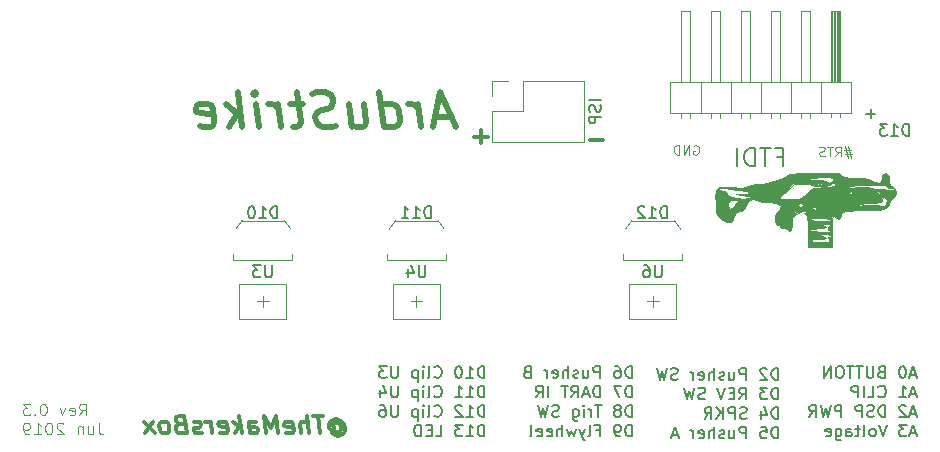
<source format=gbo>
G04 #@! TF.FileFunction,Legend,Bot*
%FSLAX46Y46*%
G04 Gerber Fmt 4.6, Leading zero omitted, Abs format (unit mm)*
G04 Created by KiCad (PCBNEW 4.0.7) date 06/15/19 08:14:29*
%MOMM*%
%LPD*%
G01*
G04 APERTURE LIST*
%ADD10C,0.100000*%
%ADD11C,0.300000*%
%ADD12C,0.150000*%
%ADD13C,0.200000*%
%ADD14C,0.500000*%
%ADD15C,0.120000*%
%ADD16C,0.010000*%
G04 APERTURE END LIST*
D10*
D11*
X182816428Y-98659143D02*
X181673571Y-98659143D01*
X173037428Y-98405143D02*
X171894571Y-98405143D01*
X172466000Y-98976571D02*
X172466000Y-97833714D01*
D10*
X203771333Y-99523571D02*
X203199904Y-99523571D01*
X203542762Y-99180714D02*
X203771333Y-100209286D01*
X203276095Y-99866429D02*
X203847524Y-99866429D01*
X203504666Y-100209286D02*
X203276095Y-99180714D01*
X202476095Y-100056905D02*
X202742762Y-99675952D01*
X202933238Y-100056905D02*
X202933238Y-99256905D01*
X202628476Y-99256905D01*
X202552285Y-99295000D01*
X202514190Y-99333095D01*
X202476095Y-99409286D01*
X202476095Y-99523571D01*
X202514190Y-99599762D01*
X202552285Y-99637857D01*
X202628476Y-99675952D01*
X202933238Y-99675952D01*
X202247524Y-99256905D02*
X201790381Y-99256905D01*
X202018952Y-100056905D02*
X202018952Y-99256905D01*
X201561809Y-100018810D02*
X201447523Y-100056905D01*
X201257047Y-100056905D01*
X201180857Y-100018810D01*
X201142761Y-99980714D01*
X201104666Y-99904524D01*
X201104666Y-99828333D01*
X201142761Y-99752143D01*
X201180857Y-99714048D01*
X201257047Y-99675952D01*
X201409428Y-99637857D01*
X201485619Y-99599762D01*
X201523714Y-99561667D01*
X201561809Y-99485476D01*
X201561809Y-99409286D01*
X201523714Y-99333095D01*
X201485619Y-99295000D01*
X201409428Y-99256905D01*
X201218952Y-99256905D01*
X201104666Y-99295000D01*
D12*
X172759905Y-118842381D02*
X172759905Y-117842381D01*
X172521810Y-117842381D01*
X172378952Y-117890000D01*
X172283714Y-117985238D01*
X172236095Y-118080476D01*
X172188476Y-118270952D01*
X172188476Y-118413810D01*
X172236095Y-118604286D01*
X172283714Y-118699524D01*
X172378952Y-118794762D01*
X172521810Y-118842381D01*
X172759905Y-118842381D01*
X171236095Y-118842381D02*
X171807524Y-118842381D01*
X171521810Y-118842381D02*
X171521810Y-117842381D01*
X171617048Y-117985238D01*
X171712286Y-118080476D01*
X171807524Y-118128095D01*
X170617048Y-117842381D02*
X170521809Y-117842381D01*
X170426571Y-117890000D01*
X170378952Y-117937619D01*
X170331333Y-118032857D01*
X170283714Y-118223333D01*
X170283714Y-118461429D01*
X170331333Y-118651905D01*
X170378952Y-118747143D01*
X170426571Y-118794762D01*
X170521809Y-118842381D01*
X170617048Y-118842381D01*
X170712286Y-118794762D01*
X170759905Y-118747143D01*
X170807524Y-118651905D01*
X170855143Y-118461429D01*
X170855143Y-118223333D01*
X170807524Y-118032857D01*
X170759905Y-117937619D01*
X170712286Y-117890000D01*
X170617048Y-117842381D01*
X168521809Y-118747143D02*
X168569428Y-118794762D01*
X168712285Y-118842381D01*
X168807523Y-118842381D01*
X168950381Y-118794762D01*
X169045619Y-118699524D01*
X169093238Y-118604286D01*
X169140857Y-118413810D01*
X169140857Y-118270952D01*
X169093238Y-118080476D01*
X169045619Y-117985238D01*
X168950381Y-117890000D01*
X168807523Y-117842381D01*
X168712285Y-117842381D01*
X168569428Y-117890000D01*
X168521809Y-117937619D01*
X167950381Y-118842381D02*
X168045619Y-118794762D01*
X168093238Y-118699524D01*
X168093238Y-117842381D01*
X167569428Y-118842381D02*
X167569428Y-118175714D01*
X167569428Y-117842381D02*
X167617047Y-117890000D01*
X167569428Y-117937619D01*
X167521809Y-117890000D01*
X167569428Y-117842381D01*
X167569428Y-117937619D01*
X167093238Y-118175714D02*
X167093238Y-119175714D01*
X167093238Y-118223333D02*
X166998000Y-118175714D01*
X166807523Y-118175714D01*
X166712285Y-118223333D01*
X166664666Y-118270952D01*
X166617047Y-118366190D01*
X166617047Y-118651905D01*
X166664666Y-118747143D01*
X166712285Y-118794762D01*
X166807523Y-118842381D01*
X166998000Y-118842381D01*
X167093238Y-118794762D01*
X165426571Y-117842381D02*
X165426571Y-118651905D01*
X165378952Y-118747143D01*
X165331333Y-118794762D01*
X165236095Y-118842381D01*
X165045618Y-118842381D01*
X164950380Y-118794762D01*
X164902761Y-118747143D01*
X164855142Y-118651905D01*
X164855142Y-117842381D01*
X164474190Y-117842381D02*
X163855142Y-117842381D01*
X164188476Y-118223333D01*
X164045618Y-118223333D01*
X163950380Y-118270952D01*
X163902761Y-118318571D01*
X163855142Y-118413810D01*
X163855142Y-118651905D01*
X163902761Y-118747143D01*
X163950380Y-118794762D01*
X164045618Y-118842381D01*
X164331333Y-118842381D01*
X164426571Y-118794762D01*
X164474190Y-118747143D01*
X172759905Y-120492381D02*
X172759905Y-119492381D01*
X172521810Y-119492381D01*
X172378952Y-119540000D01*
X172283714Y-119635238D01*
X172236095Y-119730476D01*
X172188476Y-119920952D01*
X172188476Y-120063810D01*
X172236095Y-120254286D01*
X172283714Y-120349524D01*
X172378952Y-120444762D01*
X172521810Y-120492381D01*
X172759905Y-120492381D01*
X171236095Y-120492381D02*
X171807524Y-120492381D01*
X171521810Y-120492381D02*
X171521810Y-119492381D01*
X171617048Y-119635238D01*
X171712286Y-119730476D01*
X171807524Y-119778095D01*
X170283714Y-120492381D02*
X170855143Y-120492381D01*
X170569429Y-120492381D02*
X170569429Y-119492381D01*
X170664667Y-119635238D01*
X170759905Y-119730476D01*
X170855143Y-119778095D01*
X168521809Y-120397143D02*
X168569428Y-120444762D01*
X168712285Y-120492381D01*
X168807523Y-120492381D01*
X168950381Y-120444762D01*
X169045619Y-120349524D01*
X169093238Y-120254286D01*
X169140857Y-120063810D01*
X169140857Y-119920952D01*
X169093238Y-119730476D01*
X169045619Y-119635238D01*
X168950381Y-119540000D01*
X168807523Y-119492381D01*
X168712285Y-119492381D01*
X168569428Y-119540000D01*
X168521809Y-119587619D01*
X167950381Y-120492381D02*
X168045619Y-120444762D01*
X168093238Y-120349524D01*
X168093238Y-119492381D01*
X167569428Y-120492381D02*
X167569428Y-119825714D01*
X167569428Y-119492381D02*
X167617047Y-119540000D01*
X167569428Y-119587619D01*
X167521809Y-119540000D01*
X167569428Y-119492381D01*
X167569428Y-119587619D01*
X167093238Y-119825714D02*
X167093238Y-120825714D01*
X167093238Y-119873333D02*
X166998000Y-119825714D01*
X166807523Y-119825714D01*
X166712285Y-119873333D01*
X166664666Y-119920952D01*
X166617047Y-120016190D01*
X166617047Y-120301905D01*
X166664666Y-120397143D01*
X166712285Y-120444762D01*
X166807523Y-120492381D01*
X166998000Y-120492381D01*
X167093238Y-120444762D01*
X165426571Y-119492381D02*
X165426571Y-120301905D01*
X165378952Y-120397143D01*
X165331333Y-120444762D01*
X165236095Y-120492381D01*
X165045618Y-120492381D01*
X164950380Y-120444762D01*
X164902761Y-120397143D01*
X164855142Y-120301905D01*
X164855142Y-119492381D01*
X163950380Y-119825714D02*
X163950380Y-120492381D01*
X164188476Y-119444762D02*
X164426571Y-120159048D01*
X163807523Y-120159048D01*
X172759905Y-122142381D02*
X172759905Y-121142381D01*
X172521810Y-121142381D01*
X172378952Y-121190000D01*
X172283714Y-121285238D01*
X172236095Y-121380476D01*
X172188476Y-121570952D01*
X172188476Y-121713810D01*
X172236095Y-121904286D01*
X172283714Y-121999524D01*
X172378952Y-122094762D01*
X172521810Y-122142381D01*
X172759905Y-122142381D01*
X171236095Y-122142381D02*
X171807524Y-122142381D01*
X171521810Y-122142381D02*
X171521810Y-121142381D01*
X171617048Y-121285238D01*
X171712286Y-121380476D01*
X171807524Y-121428095D01*
X170855143Y-121237619D02*
X170807524Y-121190000D01*
X170712286Y-121142381D01*
X170474190Y-121142381D01*
X170378952Y-121190000D01*
X170331333Y-121237619D01*
X170283714Y-121332857D01*
X170283714Y-121428095D01*
X170331333Y-121570952D01*
X170902762Y-122142381D01*
X170283714Y-122142381D01*
X168521809Y-122047143D02*
X168569428Y-122094762D01*
X168712285Y-122142381D01*
X168807523Y-122142381D01*
X168950381Y-122094762D01*
X169045619Y-121999524D01*
X169093238Y-121904286D01*
X169140857Y-121713810D01*
X169140857Y-121570952D01*
X169093238Y-121380476D01*
X169045619Y-121285238D01*
X168950381Y-121190000D01*
X168807523Y-121142381D01*
X168712285Y-121142381D01*
X168569428Y-121190000D01*
X168521809Y-121237619D01*
X167950381Y-122142381D02*
X168045619Y-122094762D01*
X168093238Y-121999524D01*
X168093238Y-121142381D01*
X167569428Y-122142381D02*
X167569428Y-121475714D01*
X167569428Y-121142381D02*
X167617047Y-121190000D01*
X167569428Y-121237619D01*
X167521809Y-121190000D01*
X167569428Y-121142381D01*
X167569428Y-121237619D01*
X167093238Y-121475714D02*
X167093238Y-122475714D01*
X167093238Y-121523333D02*
X166998000Y-121475714D01*
X166807523Y-121475714D01*
X166712285Y-121523333D01*
X166664666Y-121570952D01*
X166617047Y-121666190D01*
X166617047Y-121951905D01*
X166664666Y-122047143D01*
X166712285Y-122094762D01*
X166807523Y-122142381D01*
X166998000Y-122142381D01*
X167093238Y-122094762D01*
X165426571Y-121142381D02*
X165426571Y-121951905D01*
X165378952Y-122047143D01*
X165331333Y-122094762D01*
X165236095Y-122142381D01*
X165045618Y-122142381D01*
X164950380Y-122094762D01*
X164902761Y-122047143D01*
X164855142Y-121951905D01*
X164855142Y-121142381D01*
X163950380Y-121142381D02*
X164140857Y-121142381D01*
X164236095Y-121190000D01*
X164283714Y-121237619D01*
X164378952Y-121380476D01*
X164426571Y-121570952D01*
X164426571Y-121951905D01*
X164378952Y-122047143D01*
X164331333Y-122094762D01*
X164236095Y-122142381D01*
X164045618Y-122142381D01*
X163950380Y-122094762D01*
X163902761Y-122047143D01*
X163855142Y-121951905D01*
X163855142Y-121713810D01*
X163902761Y-121618571D01*
X163950380Y-121570952D01*
X164045618Y-121523333D01*
X164236095Y-121523333D01*
X164331333Y-121570952D01*
X164378952Y-121618571D01*
X164426571Y-121713810D01*
X172759905Y-123792381D02*
X172759905Y-122792381D01*
X172521810Y-122792381D01*
X172378952Y-122840000D01*
X172283714Y-122935238D01*
X172236095Y-123030476D01*
X172188476Y-123220952D01*
X172188476Y-123363810D01*
X172236095Y-123554286D01*
X172283714Y-123649524D01*
X172378952Y-123744762D01*
X172521810Y-123792381D01*
X172759905Y-123792381D01*
X171236095Y-123792381D02*
X171807524Y-123792381D01*
X171521810Y-123792381D02*
X171521810Y-122792381D01*
X171617048Y-122935238D01*
X171712286Y-123030476D01*
X171807524Y-123078095D01*
X170902762Y-122792381D02*
X170283714Y-122792381D01*
X170617048Y-123173333D01*
X170474190Y-123173333D01*
X170378952Y-123220952D01*
X170331333Y-123268571D01*
X170283714Y-123363810D01*
X170283714Y-123601905D01*
X170331333Y-123697143D01*
X170378952Y-123744762D01*
X170474190Y-123792381D01*
X170759905Y-123792381D01*
X170855143Y-123744762D01*
X170902762Y-123697143D01*
X168617047Y-123792381D02*
X169093238Y-123792381D01*
X169093238Y-122792381D01*
X168283714Y-123268571D02*
X167950380Y-123268571D01*
X167807523Y-123792381D02*
X168283714Y-123792381D01*
X168283714Y-122792381D01*
X167807523Y-122792381D01*
X167378952Y-123792381D02*
X167378952Y-122792381D01*
X167140857Y-122792381D01*
X166997999Y-122840000D01*
X166902761Y-122935238D01*
X166855142Y-123030476D01*
X166807523Y-123220952D01*
X166807523Y-123363810D01*
X166855142Y-123554286D01*
X166902761Y-123649524D01*
X166997999Y-123744762D01*
X167140857Y-123792381D01*
X167378952Y-123792381D01*
X185259905Y-118842381D02*
X185259905Y-117842381D01*
X185021810Y-117842381D01*
X184878952Y-117890000D01*
X184783714Y-117985238D01*
X184736095Y-118080476D01*
X184688476Y-118270952D01*
X184688476Y-118413810D01*
X184736095Y-118604286D01*
X184783714Y-118699524D01*
X184878952Y-118794762D01*
X185021810Y-118842381D01*
X185259905Y-118842381D01*
X183831333Y-117842381D02*
X184021810Y-117842381D01*
X184117048Y-117890000D01*
X184164667Y-117937619D01*
X184259905Y-118080476D01*
X184307524Y-118270952D01*
X184307524Y-118651905D01*
X184259905Y-118747143D01*
X184212286Y-118794762D01*
X184117048Y-118842381D01*
X183926571Y-118842381D01*
X183831333Y-118794762D01*
X183783714Y-118747143D01*
X183736095Y-118651905D01*
X183736095Y-118413810D01*
X183783714Y-118318571D01*
X183831333Y-118270952D01*
X183926571Y-118223333D01*
X184117048Y-118223333D01*
X184212286Y-118270952D01*
X184259905Y-118318571D01*
X184307524Y-118413810D01*
X182545619Y-118842381D02*
X182545619Y-117842381D01*
X182164666Y-117842381D01*
X182069428Y-117890000D01*
X182021809Y-117937619D01*
X181974190Y-118032857D01*
X181974190Y-118175714D01*
X182021809Y-118270952D01*
X182069428Y-118318571D01*
X182164666Y-118366190D01*
X182545619Y-118366190D01*
X181117047Y-118175714D02*
X181117047Y-118842381D01*
X181545619Y-118175714D02*
X181545619Y-118699524D01*
X181498000Y-118794762D01*
X181402762Y-118842381D01*
X181259904Y-118842381D01*
X181164666Y-118794762D01*
X181117047Y-118747143D01*
X180688476Y-118794762D02*
X180593238Y-118842381D01*
X180402762Y-118842381D01*
X180307523Y-118794762D01*
X180259904Y-118699524D01*
X180259904Y-118651905D01*
X180307523Y-118556667D01*
X180402762Y-118509048D01*
X180545619Y-118509048D01*
X180640857Y-118461429D01*
X180688476Y-118366190D01*
X180688476Y-118318571D01*
X180640857Y-118223333D01*
X180545619Y-118175714D01*
X180402762Y-118175714D01*
X180307523Y-118223333D01*
X179831333Y-118842381D02*
X179831333Y-117842381D01*
X179402761Y-118842381D02*
X179402761Y-118318571D01*
X179450380Y-118223333D01*
X179545618Y-118175714D01*
X179688476Y-118175714D01*
X179783714Y-118223333D01*
X179831333Y-118270952D01*
X178545618Y-118794762D02*
X178640856Y-118842381D01*
X178831333Y-118842381D01*
X178926571Y-118794762D01*
X178974190Y-118699524D01*
X178974190Y-118318571D01*
X178926571Y-118223333D01*
X178831333Y-118175714D01*
X178640856Y-118175714D01*
X178545618Y-118223333D01*
X178497999Y-118318571D01*
X178497999Y-118413810D01*
X178974190Y-118509048D01*
X178069428Y-118842381D02*
X178069428Y-118175714D01*
X178069428Y-118366190D02*
X178021809Y-118270952D01*
X177974190Y-118223333D01*
X177878952Y-118175714D01*
X177783713Y-118175714D01*
X176355141Y-118318571D02*
X176212284Y-118366190D01*
X176164665Y-118413810D01*
X176117046Y-118509048D01*
X176117046Y-118651905D01*
X176164665Y-118747143D01*
X176212284Y-118794762D01*
X176307522Y-118842381D01*
X176688475Y-118842381D01*
X176688475Y-117842381D01*
X176355141Y-117842381D01*
X176259903Y-117890000D01*
X176212284Y-117937619D01*
X176164665Y-118032857D01*
X176164665Y-118128095D01*
X176212284Y-118223333D01*
X176259903Y-118270952D01*
X176355141Y-118318571D01*
X176688475Y-118318571D01*
X185259905Y-120492381D02*
X185259905Y-119492381D01*
X185021810Y-119492381D01*
X184878952Y-119540000D01*
X184783714Y-119635238D01*
X184736095Y-119730476D01*
X184688476Y-119920952D01*
X184688476Y-120063810D01*
X184736095Y-120254286D01*
X184783714Y-120349524D01*
X184878952Y-120444762D01*
X185021810Y-120492381D01*
X185259905Y-120492381D01*
X184355143Y-119492381D02*
X183688476Y-119492381D01*
X184117048Y-120492381D01*
X182545619Y-120492381D02*
X182545619Y-119492381D01*
X182307524Y-119492381D01*
X182164666Y-119540000D01*
X182069428Y-119635238D01*
X182021809Y-119730476D01*
X181974190Y-119920952D01*
X181974190Y-120063810D01*
X182021809Y-120254286D01*
X182069428Y-120349524D01*
X182164666Y-120444762D01*
X182307524Y-120492381D01*
X182545619Y-120492381D01*
X181593238Y-120206667D02*
X181117047Y-120206667D01*
X181688476Y-120492381D02*
X181355143Y-119492381D01*
X181021809Y-120492381D01*
X180117047Y-120492381D02*
X180450381Y-120016190D01*
X180688476Y-120492381D02*
X180688476Y-119492381D01*
X180307523Y-119492381D01*
X180212285Y-119540000D01*
X180164666Y-119587619D01*
X180117047Y-119682857D01*
X180117047Y-119825714D01*
X180164666Y-119920952D01*
X180212285Y-119968571D01*
X180307523Y-120016190D01*
X180688476Y-120016190D01*
X179831333Y-119492381D02*
X179259904Y-119492381D01*
X179545619Y-120492381D02*
X179545619Y-119492381D01*
X178164666Y-120492381D02*
X178164666Y-119492381D01*
X177117047Y-120492381D02*
X177450381Y-120016190D01*
X177688476Y-120492381D02*
X177688476Y-119492381D01*
X177307523Y-119492381D01*
X177212285Y-119540000D01*
X177164666Y-119587619D01*
X177117047Y-119682857D01*
X177117047Y-119825714D01*
X177164666Y-119920952D01*
X177212285Y-119968571D01*
X177307523Y-120016190D01*
X177688476Y-120016190D01*
X185259905Y-122142381D02*
X185259905Y-121142381D01*
X185021810Y-121142381D01*
X184878952Y-121190000D01*
X184783714Y-121285238D01*
X184736095Y-121380476D01*
X184688476Y-121570952D01*
X184688476Y-121713810D01*
X184736095Y-121904286D01*
X184783714Y-121999524D01*
X184878952Y-122094762D01*
X185021810Y-122142381D01*
X185259905Y-122142381D01*
X184117048Y-121570952D02*
X184212286Y-121523333D01*
X184259905Y-121475714D01*
X184307524Y-121380476D01*
X184307524Y-121332857D01*
X184259905Y-121237619D01*
X184212286Y-121190000D01*
X184117048Y-121142381D01*
X183926571Y-121142381D01*
X183831333Y-121190000D01*
X183783714Y-121237619D01*
X183736095Y-121332857D01*
X183736095Y-121380476D01*
X183783714Y-121475714D01*
X183831333Y-121523333D01*
X183926571Y-121570952D01*
X184117048Y-121570952D01*
X184212286Y-121618571D01*
X184259905Y-121666190D01*
X184307524Y-121761429D01*
X184307524Y-121951905D01*
X184259905Y-122047143D01*
X184212286Y-122094762D01*
X184117048Y-122142381D01*
X183926571Y-122142381D01*
X183831333Y-122094762D01*
X183783714Y-122047143D01*
X183736095Y-121951905D01*
X183736095Y-121761429D01*
X183783714Y-121666190D01*
X183831333Y-121618571D01*
X183926571Y-121570952D01*
X182688476Y-121142381D02*
X182117047Y-121142381D01*
X182402762Y-122142381D02*
X182402762Y-121142381D01*
X181783714Y-122142381D02*
X181783714Y-121475714D01*
X181783714Y-121666190D02*
X181736095Y-121570952D01*
X181688476Y-121523333D01*
X181593238Y-121475714D01*
X181497999Y-121475714D01*
X181164666Y-122142381D02*
X181164666Y-121475714D01*
X181164666Y-121142381D02*
X181212285Y-121190000D01*
X181164666Y-121237619D01*
X181117047Y-121190000D01*
X181164666Y-121142381D01*
X181164666Y-121237619D01*
X180259904Y-121475714D02*
X180259904Y-122285238D01*
X180307523Y-122380476D01*
X180355142Y-122428095D01*
X180450381Y-122475714D01*
X180593238Y-122475714D01*
X180688476Y-122428095D01*
X180259904Y-122094762D02*
X180355142Y-122142381D01*
X180545619Y-122142381D01*
X180640857Y-122094762D01*
X180688476Y-122047143D01*
X180736095Y-121951905D01*
X180736095Y-121666190D01*
X180688476Y-121570952D01*
X180640857Y-121523333D01*
X180545619Y-121475714D01*
X180355142Y-121475714D01*
X180259904Y-121523333D01*
X179069428Y-122094762D02*
X178926571Y-122142381D01*
X178688475Y-122142381D01*
X178593237Y-122094762D01*
X178545618Y-122047143D01*
X178497999Y-121951905D01*
X178497999Y-121856667D01*
X178545618Y-121761429D01*
X178593237Y-121713810D01*
X178688475Y-121666190D01*
X178878952Y-121618571D01*
X178974190Y-121570952D01*
X179021809Y-121523333D01*
X179069428Y-121428095D01*
X179069428Y-121332857D01*
X179021809Y-121237619D01*
X178974190Y-121190000D01*
X178878952Y-121142381D01*
X178640856Y-121142381D01*
X178497999Y-121190000D01*
X178164666Y-121142381D02*
X177926571Y-122142381D01*
X177736094Y-121428095D01*
X177545618Y-122142381D01*
X177307523Y-121142381D01*
X185259905Y-123792381D02*
X185259905Y-122792381D01*
X185021810Y-122792381D01*
X184878952Y-122840000D01*
X184783714Y-122935238D01*
X184736095Y-123030476D01*
X184688476Y-123220952D01*
X184688476Y-123363810D01*
X184736095Y-123554286D01*
X184783714Y-123649524D01*
X184878952Y-123744762D01*
X185021810Y-123792381D01*
X185259905Y-123792381D01*
X184212286Y-123792381D02*
X184021810Y-123792381D01*
X183926571Y-123744762D01*
X183878952Y-123697143D01*
X183783714Y-123554286D01*
X183736095Y-123363810D01*
X183736095Y-122982857D01*
X183783714Y-122887619D01*
X183831333Y-122840000D01*
X183926571Y-122792381D01*
X184117048Y-122792381D01*
X184212286Y-122840000D01*
X184259905Y-122887619D01*
X184307524Y-122982857D01*
X184307524Y-123220952D01*
X184259905Y-123316190D01*
X184212286Y-123363810D01*
X184117048Y-123411429D01*
X183926571Y-123411429D01*
X183831333Y-123363810D01*
X183783714Y-123316190D01*
X183736095Y-123220952D01*
X182212285Y-123268571D02*
X182545619Y-123268571D01*
X182545619Y-123792381D02*
X182545619Y-122792381D01*
X182069428Y-122792381D01*
X181545619Y-123792381D02*
X181640857Y-123744762D01*
X181688476Y-123649524D01*
X181688476Y-122792381D01*
X181259904Y-123125714D02*
X181021809Y-123792381D01*
X180783713Y-123125714D02*
X181021809Y-123792381D01*
X181117047Y-124030476D01*
X181164666Y-124078095D01*
X181259904Y-124125714D01*
X180497999Y-123125714D02*
X180307523Y-123792381D01*
X180117046Y-123316190D01*
X179926570Y-123792381D01*
X179736094Y-123125714D01*
X179355142Y-123792381D02*
X179355142Y-122792381D01*
X178926570Y-123792381D02*
X178926570Y-123268571D01*
X178974189Y-123173333D01*
X179069427Y-123125714D01*
X179212285Y-123125714D01*
X179307523Y-123173333D01*
X179355142Y-123220952D01*
X178069427Y-123744762D02*
X178164665Y-123792381D01*
X178355142Y-123792381D01*
X178450380Y-123744762D01*
X178497999Y-123649524D01*
X178497999Y-123268571D01*
X178450380Y-123173333D01*
X178355142Y-123125714D01*
X178164665Y-123125714D01*
X178069427Y-123173333D01*
X178021808Y-123268571D01*
X178021808Y-123363810D01*
X178497999Y-123459048D01*
X177212284Y-123744762D02*
X177307522Y-123792381D01*
X177497999Y-123792381D01*
X177593237Y-123744762D01*
X177640856Y-123649524D01*
X177640856Y-123268571D01*
X177593237Y-123173333D01*
X177497999Y-123125714D01*
X177307522Y-123125714D01*
X177212284Y-123173333D01*
X177164665Y-123268571D01*
X177164665Y-123363810D01*
X177640856Y-123459048D01*
X176593237Y-123792381D02*
X176688475Y-123744762D01*
X176736094Y-123649524D01*
X176736094Y-122792381D01*
D13*
X205866952Y-96464429D02*
X205105047Y-96464429D01*
X205485999Y-96845381D02*
X205485999Y-96083476D01*
D12*
X208712286Y-98317381D02*
X208712286Y-97317381D01*
X208474191Y-97317381D01*
X208331333Y-97365000D01*
X208236095Y-97460238D01*
X208188476Y-97555476D01*
X208140857Y-97745952D01*
X208140857Y-97888810D01*
X208188476Y-98079286D01*
X208236095Y-98174524D01*
X208331333Y-98269762D01*
X208474191Y-98317381D01*
X208712286Y-98317381D01*
X207188476Y-98317381D02*
X207759905Y-98317381D01*
X207474191Y-98317381D02*
X207474191Y-97317381D01*
X207569429Y-97460238D01*
X207664667Y-97555476D01*
X207759905Y-97603095D01*
X206855143Y-97317381D02*
X206236095Y-97317381D01*
X206569429Y-97698333D01*
X206426571Y-97698333D01*
X206331333Y-97745952D01*
X206283714Y-97793571D01*
X206236095Y-97888810D01*
X206236095Y-98126905D01*
X206283714Y-98222143D01*
X206331333Y-98269762D01*
X206426571Y-98317381D01*
X206712286Y-98317381D01*
X206807524Y-98269762D01*
X206855143Y-98222143D01*
X188212286Y-105317381D02*
X188212286Y-104317381D01*
X187974191Y-104317381D01*
X187831333Y-104365000D01*
X187736095Y-104460238D01*
X187688476Y-104555476D01*
X187640857Y-104745952D01*
X187640857Y-104888810D01*
X187688476Y-105079286D01*
X187736095Y-105174524D01*
X187831333Y-105269762D01*
X187974191Y-105317381D01*
X188212286Y-105317381D01*
X186688476Y-105317381D02*
X187259905Y-105317381D01*
X186974191Y-105317381D02*
X186974191Y-104317381D01*
X187069429Y-104460238D01*
X187164667Y-104555476D01*
X187259905Y-104603095D01*
X186307524Y-104412619D02*
X186259905Y-104365000D01*
X186164667Y-104317381D01*
X185926571Y-104317381D01*
X185831333Y-104365000D01*
X185783714Y-104412619D01*
X185736095Y-104507857D01*
X185736095Y-104603095D01*
X185783714Y-104745952D01*
X186355143Y-105317381D01*
X185736095Y-105317381D01*
X168212286Y-105317381D02*
X168212286Y-104317381D01*
X167974191Y-104317381D01*
X167831333Y-104365000D01*
X167736095Y-104460238D01*
X167688476Y-104555476D01*
X167640857Y-104745952D01*
X167640857Y-104888810D01*
X167688476Y-105079286D01*
X167736095Y-105174524D01*
X167831333Y-105269762D01*
X167974191Y-105317381D01*
X168212286Y-105317381D01*
X166688476Y-105317381D02*
X167259905Y-105317381D01*
X166974191Y-105317381D02*
X166974191Y-104317381D01*
X167069429Y-104460238D01*
X167164667Y-104555476D01*
X167259905Y-104603095D01*
X165736095Y-105317381D02*
X166307524Y-105317381D01*
X166021810Y-105317381D02*
X166021810Y-104317381D01*
X166117048Y-104460238D01*
X166212286Y-104555476D01*
X166307524Y-104603095D01*
X155212286Y-105317381D02*
X155212286Y-104317381D01*
X154974191Y-104317381D01*
X154831333Y-104365000D01*
X154736095Y-104460238D01*
X154688476Y-104555476D01*
X154640857Y-104745952D01*
X154640857Y-104888810D01*
X154688476Y-105079286D01*
X154736095Y-105174524D01*
X154831333Y-105269762D01*
X154974191Y-105317381D01*
X155212286Y-105317381D01*
X153688476Y-105317381D02*
X154259905Y-105317381D01*
X153974191Y-105317381D02*
X153974191Y-104317381D01*
X154069429Y-104460238D01*
X154164667Y-104555476D01*
X154259905Y-104603095D01*
X153069429Y-104317381D02*
X152974190Y-104317381D01*
X152878952Y-104365000D01*
X152831333Y-104412619D01*
X152783714Y-104507857D01*
X152736095Y-104698333D01*
X152736095Y-104936429D01*
X152783714Y-105126905D01*
X152831333Y-105222143D01*
X152878952Y-105269762D01*
X152974190Y-105317381D01*
X153069429Y-105317381D01*
X153164667Y-105269762D01*
X153212286Y-105222143D01*
X153259905Y-105126905D01*
X153307524Y-104936429D01*
X153307524Y-104698333D01*
X153259905Y-104507857D01*
X153212286Y-104412619D01*
X153164667Y-104365000D01*
X153069429Y-104317381D01*
X197627905Y-119008381D02*
X197627905Y-118008381D01*
X197389810Y-118008381D01*
X197246952Y-118056000D01*
X197151714Y-118151238D01*
X197104095Y-118246476D01*
X197056476Y-118436952D01*
X197056476Y-118579810D01*
X197104095Y-118770286D01*
X197151714Y-118865524D01*
X197246952Y-118960762D01*
X197389810Y-119008381D01*
X197627905Y-119008381D01*
X196675524Y-118103619D02*
X196627905Y-118056000D01*
X196532667Y-118008381D01*
X196294571Y-118008381D01*
X196199333Y-118056000D01*
X196151714Y-118103619D01*
X196104095Y-118198857D01*
X196104095Y-118294095D01*
X196151714Y-118436952D01*
X196723143Y-119008381D01*
X196104095Y-119008381D01*
X194913619Y-119008381D02*
X194913619Y-118008381D01*
X194532666Y-118008381D01*
X194437428Y-118056000D01*
X194389809Y-118103619D01*
X194342190Y-118198857D01*
X194342190Y-118341714D01*
X194389809Y-118436952D01*
X194437428Y-118484571D01*
X194532666Y-118532190D01*
X194913619Y-118532190D01*
X193485047Y-118341714D02*
X193485047Y-119008381D01*
X193913619Y-118341714D02*
X193913619Y-118865524D01*
X193866000Y-118960762D01*
X193770762Y-119008381D01*
X193627904Y-119008381D01*
X193532666Y-118960762D01*
X193485047Y-118913143D01*
X193056476Y-118960762D02*
X192961238Y-119008381D01*
X192770762Y-119008381D01*
X192675523Y-118960762D01*
X192627904Y-118865524D01*
X192627904Y-118817905D01*
X192675523Y-118722667D01*
X192770762Y-118675048D01*
X192913619Y-118675048D01*
X193008857Y-118627429D01*
X193056476Y-118532190D01*
X193056476Y-118484571D01*
X193008857Y-118389333D01*
X192913619Y-118341714D01*
X192770762Y-118341714D01*
X192675523Y-118389333D01*
X192199333Y-119008381D02*
X192199333Y-118008381D01*
X191770761Y-119008381D02*
X191770761Y-118484571D01*
X191818380Y-118389333D01*
X191913618Y-118341714D01*
X192056476Y-118341714D01*
X192151714Y-118389333D01*
X192199333Y-118436952D01*
X190913618Y-118960762D02*
X191008856Y-119008381D01*
X191199333Y-119008381D01*
X191294571Y-118960762D01*
X191342190Y-118865524D01*
X191342190Y-118484571D01*
X191294571Y-118389333D01*
X191199333Y-118341714D01*
X191008856Y-118341714D01*
X190913618Y-118389333D01*
X190865999Y-118484571D01*
X190865999Y-118579810D01*
X191342190Y-118675048D01*
X190437428Y-119008381D02*
X190437428Y-118341714D01*
X190437428Y-118532190D02*
X190389809Y-118436952D01*
X190342190Y-118389333D01*
X190246952Y-118341714D01*
X190151713Y-118341714D01*
X189104094Y-118960762D02*
X188961237Y-119008381D01*
X188723141Y-119008381D01*
X188627903Y-118960762D01*
X188580284Y-118913143D01*
X188532665Y-118817905D01*
X188532665Y-118722667D01*
X188580284Y-118627429D01*
X188627903Y-118579810D01*
X188723141Y-118532190D01*
X188913618Y-118484571D01*
X189008856Y-118436952D01*
X189056475Y-118389333D01*
X189104094Y-118294095D01*
X189104094Y-118198857D01*
X189056475Y-118103619D01*
X189008856Y-118056000D01*
X188913618Y-118008381D01*
X188675522Y-118008381D01*
X188532665Y-118056000D01*
X188199332Y-118008381D02*
X187961237Y-119008381D01*
X187770760Y-118294095D01*
X187580284Y-119008381D01*
X187342189Y-118008381D01*
X197627905Y-120658381D02*
X197627905Y-119658381D01*
X197389810Y-119658381D01*
X197246952Y-119706000D01*
X197151714Y-119801238D01*
X197104095Y-119896476D01*
X197056476Y-120086952D01*
X197056476Y-120229810D01*
X197104095Y-120420286D01*
X197151714Y-120515524D01*
X197246952Y-120610762D01*
X197389810Y-120658381D01*
X197627905Y-120658381D01*
X196723143Y-119658381D02*
X196104095Y-119658381D01*
X196437429Y-120039333D01*
X196294571Y-120039333D01*
X196199333Y-120086952D01*
X196151714Y-120134571D01*
X196104095Y-120229810D01*
X196104095Y-120467905D01*
X196151714Y-120563143D01*
X196199333Y-120610762D01*
X196294571Y-120658381D01*
X196580286Y-120658381D01*
X196675524Y-120610762D01*
X196723143Y-120563143D01*
X194342190Y-120658381D02*
X194675524Y-120182190D01*
X194913619Y-120658381D02*
X194913619Y-119658381D01*
X194532666Y-119658381D01*
X194437428Y-119706000D01*
X194389809Y-119753619D01*
X194342190Y-119848857D01*
X194342190Y-119991714D01*
X194389809Y-120086952D01*
X194437428Y-120134571D01*
X194532666Y-120182190D01*
X194913619Y-120182190D01*
X193913619Y-120134571D02*
X193580285Y-120134571D01*
X193437428Y-120658381D02*
X193913619Y-120658381D01*
X193913619Y-119658381D01*
X193437428Y-119658381D01*
X193151714Y-119658381D02*
X192818381Y-120658381D01*
X192485047Y-119658381D01*
X191437428Y-120610762D02*
X191294571Y-120658381D01*
X191056475Y-120658381D01*
X190961237Y-120610762D01*
X190913618Y-120563143D01*
X190865999Y-120467905D01*
X190865999Y-120372667D01*
X190913618Y-120277429D01*
X190961237Y-120229810D01*
X191056475Y-120182190D01*
X191246952Y-120134571D01*
X191342190Y-120086952D01*
X191389809Y-120039333D01*
X191437428Y-119944095D01*
X191437428Y-119848857D01*
X191389809Y-119753619D01*
X191342190Y-119706000D01*
X191246952Y-119658381D01*
X191008856Y-119658381D01*
X190865999Y-119706000D01*
X190532666Y-119658381D02*
X190294571Y-120658381D01*
X190104094Y-119944095D01*
X189913618Y-120658381D01*
X189675523Y-119658381D01*
X197627905Y-122308381D02*
X197627905Y-121308381D01*
X197389810Y-121308381D01*
X197246952Y-121356000D01*
X197151714Y-121451238D01*
X197104095Y-121546476D01*
X197056476Y-121736952D01*
X197056476Y-121879810D01*
X197104095Y-122070286D01*
X197151714Y-122165524D01*
X197246952Y-122260762D01*
X197389810Y-122308381D01*
X197627905Y-122308381D01*
X196199333Y-121641714D02*
X196199333Y-122308381D01*
X196437429Y-121260762D02*
X196675524Y-121975048D01*
X196056476Y-121975048D01*
X194961238Y-122260762D02*
X194818381Y-122308381D01*
X194580285Y-122308381D01*
X194485047Y-122260762D01*
X194437428Y-122213143D01*
X194389809Y-122117905D01*
X194389809Y-122022667D01*
X194437428Y-121927429D01*
X194485047Y-121879810D01*
X194580285Y-121832190D01*
X194770762Y-121784571D01*
X194866000Y-121736952D01*
X194913619Y-121689333D01*
X194961238Y-121594095D01*
X194961238Y-121498857D01*
X194913619Y-121403619D01*
X194866000Y-121356000D01*
X194770762Y-121308381D01*
X194532666Y-121308381D01*
X194389809Y-121356000D01*
X193961238Y-122308381D02*
X193961238Y-121308381D01*
X193580285Y-121308381D01*
X193485047Y-121356000D01*
X193437428Y-121403619D01*
X193389809Y-121498857D01*
X193389809Y-121641714D01*
X193437428Y-121736952D01*
X193485047Y-121784571D01*
X193580285Y-121832190D01*
X193961238Y-121832190D01*
X192961238Y-122308381D02*
X192961238Y-121308381D01*
X192389809Y-122308381D02*
X192818381Y-121736952D01*
X192389809Y-121308381D02*
X192961238Y-121879810D01*
X191389809Y-122308381D02*
X191723143Y-121832190D01*
X191961238Y-122308381D02*
X191961238Y-121308381D01*
X191580285Y-121308381D01*
X191485047Y-121356000D01*
X191437428Y-121403619D01*
X191389809Y-121498857D01*
X191389809Y-121641714D01*
X191437428Y-121736952D01*
X191485047Y-121784571D01*
X191580285Y-121832190D01*
X191961238Y-121832190D01*
X197627905Y-123958381D02*
X197627905Y-122958381D01*
X197389810Y-122958381D01*
X197246952Y-123006000D01*
X197151714Y-123101238D01*
X197104095Y-123196476D01*
X197056476Y-123386952D01*
X197056476Y-123529810D01*
X197104095Y-123720286D01*
X197151714Y-123815524D01*
X197246952Y-123910762D01*
X197389810Y-123958381D01*
X197627905Y-123958381D01*
X196151714Y-122958381D02*
X196627905Y-122958381D01*
X196675524Y-123434571D01*
X196627905Y-123386952D01*
X196532667Y-123339333D01*
X196294571Y-123339333D01*
X196199333Y-123386952D01*
X196151714Y-123434571D01*
X196104095Y-123529810D01*
X196104095Y-123767905D01*
X196151714Y-123863143D01*
X196199333Y-123910762D01*
X196294571Y-123958381D01*
X196532667Y-123958381D01*
X196627905Y-123910762D01*
X196675524Y-123863143D01*
X194913619Y-123958381D02*
X194913619Y-122958381D01*
X194532666Y-122958381D01*
X194437428Y-123006000D01*
X194389809Y-123053619D01*
X194342190Y-123148857D01*
X194342190Y-123291714D01*
X194389809Y-123386952D01*
X194437428Y-123434571D01*
X194532666Y-123482190D01*
X194913619Y-123482190D01*
X193485047Y-123291714D02*
X193485047Y-123958381D01*
X193913619Y-123291714D02*
X193913619Y-123815524D01*
X193866000Y-123910762D01*
X193770762Y-123958381D01*
X193627904Y-123958381D01*
X193532666Y-123910762D01*
X193485047Y-123863143D01*
X193056476Y-123910762D02*
X192961238Y-123958381D01*
X192770762Y-123958381D01*
X192675523Y-123910762D01*
X192627904Y-123815524D01*
X192627904Y-123767905D01*
X192675523Y-123672667D01*
X192770762Y-123625048D01*
X192913619Y-123625048D01*
X193008857Y-123577429D01*
X193056476Y-123482190D01*
X193056476Y-123434571D01*
X193008857Y-123339333D01*
X192913619Y-123291714D01*
X192770762Y-123291714D01*
X192675523Y-123339333D01*
X192199333Y-123958381D02*
X192199333Y-122958381D01*
X191770761Y-123958381D02*
X191770761Y-123434571D01*
X191818380Y-123339333D01*
X191913618Y-123291714D01*
X192056476Y-123291714D01*
X192151714Y-123339333D01*
X192199333Y-123386952D01*
X190913618Y-123910762D02*
X191008856Y-123958381D01*
X191199333Y-123958381D01*
X191294571Y-123910762D01*
X191342190Y-123815524D01*
X191342190Y-123434571D01*
X191294571Y-123339333D01*
X191199333Y-123291714D01*
X191008856Y-123291714D01*
X190913618Y-123339333D01*
X190865999Y-123434571D01*
X190865999Y-123529810D01*
X191342190Y-123625048D01*
X190437428Y-123958381D02*
X190437428Y-123291714D01*
X190437428Y-123482190D02*
X190389809Y-123386952D01*
X190342190Y-123339333D01*
X190246952Y-123291714D01*
X190151713Y-123291714D01*
X189104094Y-123672667D02*
X188627903Y-123672667D01*
X189199332Y-123958381D02*
X188865999Y-122958381D01*
X188532665Y-123958381D01*
X209307524Y-118556667D02*
X208831333Y-118556667D01*
X209402762Y-118842381D02*
X209069429Y-117842381D01*
X208736095Y-118842381D01*
X208212286Y-117842381D02*
X208117047Y-117842381D01*
X208021809Y-117890000D01*
X207974190Y-117937619D01*
X207926571Y-118032857D01*
X207878952Y-118223333D01*
X207878952Y-118461429D01*
X207926571Y-118651905D01*
X207974190Y-118747143D01*
X208021809Y-118794762D01*
X208117047Y-118842381D01*
X208212286Y-118842381D01*
X208307524Y-118794762D01*
X208355143Y-118747143D01*
X208402762Y-118651905D01*
X208450381Y-118461429D01*
X208450381Y-118223333D01*
X208402762Y-118032857D01*
X208355143Y-117937619D01*
X208307524Y-117890000D01*
X208212286Y-117842381D01*
X206355142Y-118318571D02*
X206212285Y-118366190D01*
X206164666Y-118413810D01*
X206117047Y-118509048D01*
X206117047Y-118651905D01*
X206164666Y-118747143D01*
X206212285Y-118794762D01*
X206307523Y-118842381D01*
X206688476Y-118842381D01*
X206688476Y-117842381D01*
X206355142Y-117842381D01*
X206259904Y-117890000D01*
X206212285Y-117937619D01*
X206164666Y-118032857D01*
X206164666Y-118128095D01*
X206212285Y-118223333D01*
X206259904Y-118270952D01*
X206355142Y-118318571D01*
X206688476Y-118318571D01*
X205688476Y-117842381D02*
X205688476Y-118651905D01*
X205640857Y-118747143D01*
X205593238Y-118794762D01*
X205498000Y-118842381D01*
X205307523Y-118842381D01*
X205212285Y-118794762D01*
X205164666Y-118747143D01*
X205117047Y-118651905D01*
X205117047Y-117842381D01*
X204783714Y-117842381D02*
X204212285Y-117842381D01*
X204498000Y-118842381D02*
X204498000Y-117842381D01*
X204021809Y-117842381D02*
X203450380Y-117842381D01*
X203736095Y-118842381D02*
X203736095Y-117842381D01*
X202926571Y-117842381D02*
X202736094Y-117842381D01*
X202640856Y-117890000D01*
X202545618Y-117985238D01*
X202497999Y-118175714D01*
X202497999Y-118509048D01*
X202545618Y-118699524D01*
X202640856Y-118794762D01*
X202736094Y-118842381D01*
X202926571Y-118842381D01*
X203021809Y-118794762D01*
X203117047Y-118699524D01*
X203164666Y-118509048D01*
X203164666Y-118175714D01*
X203117047Y-117985238D01*
X203021809Y-117890000D01*
X202926571Y-117842381D01*
X202069428Y-118842381D02*
X202069428Y-117842381D01*
X201497999Y-118842381D01*
X201497999Y-117842381D01*
X209307524Y-120206667D02*
X208831333Y-120206667D01*
X209402762Y-120492381D02*
X209069429Y-119492381D01*
X208736095Y-120492381D01*
X207878952Y-120492381D02*
X208450381Y-120492381D01*
X208164667Y-120492381D02*
X208164667Y-119492381D01*
X208259905Y-119635238D01*
X208355143Y-119730476D01*
X208450381Y-119778095D01*
X206117047Y-120397143D02*
X206164666Y-120444762D01*
X206307523Y-120492381D01*
X206402761Y-120492381D01*
X206545619Y-120444762D01*
X206640857Y-120349524D01*
X206688476Y-120254286D01*
X206736095Y-120063810D01*
X206736095Y-119920952D01*
X206688476Y-119730476D01*
X206640857Y-119635238D01*
X206545619Y-119540000D01*
X206402761Y-119492381D01*
X206307523Y-119492381D01*
X206164666Y-119540000D01*
X206117047Y-119587619D01*
X205212285Y-120492381D02*
X205688476Y-120492381D01*
X205688476Y-119492381D01*
X204878952Y-120492381D02*
X204878952Y-119492381D01*
X204402762Y-120492381D02*
X204402762Y-119492381D01*
X204021809Y-119492381D01*
X203926571Y-119540000D01*
X203878952Y-119587619D01*
X203831333Y-119682857D01*
X203831333Y-119825714D01*
X203878952Y-119920952D01*
X203926571Y-119968571D01*
X204021809Y-120016190D01*
X204402762Y-120016190D01*
X209307524Y-121856667D02*
X208831333Y-121856667D01*
X209402762Y-122142381D02*
X209069429Y-121142381D01*
X208736095Y-122142381D01*
X208450381Y-121237619D02*
X208402762Y-121190000D01*
X208307524Y-121142381D01*
X208069428Y-121142381D01*
X207974190Y-121190000D01*
X207926571Y-121237619D01*
X207878952Y-121332857D01*
X207878952Y-121428095D01*
X207926571Y-121570952D01*
X208498000Y-122142381D01*
X207878952Y-122142381D01*
X206688476Y-122142381D02*
X206688476Y-121142381D01*
X206450381Y-121142381D01*
X206307523Y-121190000D01*
X206212285Y-121285238D01*
X206164666Y-121380476D01*
X206117047Y-121570952D01*
X206117047Y-121713810D01*
X206164666Y-121904286D01*
X206212285Y-121999524D01*
X206307523Y-122094762D01*
X206450381Y-122142381D01*
X206688476Y-122142381D01*
X205736095Y-122094762D02*
X205593238Y-122142381D01*
X205355142Y-122142381D01*
X205259904Y-122094762D01*
X205212285Y-122047143D01*
X205164666Y-121951905D01*
X205164666Y-121856667D01*
X205212285Y-121761429D01*
X205259904Y-121713810D01*
X205355142Y-121666190D01*
X205545619Y-121618571D01*
X205640857Y-121570952D01*
X205688476Y-121523333D01*
X205736095Y-121428095D01*
X205736095Y-121332857D01*
X205688476Y-121237619D01*
X205640857Y-121190000D01*
X205545619Y-121142381D01*
X205307523Y-121142381D01*
X205164666Y-121190000D01*
X204736095Y-122142381D02*
X204736095Y-121142381D01*
X204355142Y-121142381D01*
X204259904Y-121190000D01*
X204212285Y-121237619D01*
X204164666Y-121332857D01*
X204164666Y-121475714D01*
X204212285Y-121570952D01*
X204259904Y-121618571D01*
X204355142Y-121666190D01*
X204736095Y-121666190D01*
X202974190Y-122142381D02*
X202974190Y-121142381D01*
X202593237Y-121142381D01*
X202497999Y-121190000D01*
X202450380Y-121237619D01*
X202402761Y-121332857D01*
X202402761Y-121475714D01*
X202450380Y-121570952D01*
X202497999Y-121618571D01*
X202593237Y-121666190D01*
X202974190Y-121666190D01*
X202069428Y-121142381D02*
X201831333Y-122142381D01*
X201640856Y-121428095D01*
X201450380Y-122142381D01*
X201212285Y-121142381D01*
X200259904Y-122142381D02*
X200593238Y-121666190D01*
X200831333Y-122142381D02*
X200831333Y-121142381D01*
X200450380Y-121142381D01*
X200355142Y-121190000D01*
X200307523Y-121237619D01*
X200259904Y-121332857D01*
X200259904Y-121475714D01*
X200307523Y-121570952D01*
X200355142Y-121618571D01*
X200450380Y-121666190D01*
X200831333Y-121666190D01*
X209307524Y-123506667D02*
X208831333Y-123506667D01*
X209402762Y-123792381D02*
X209069429Y-122792381D01*
X208736095Y-123792381D01*
X208498000Y-122792381D02*
X207878952Y-122792381D01*
X208212286Y-123173333D01*
X208069428Y-123173333D01*
X207974190Y-123220952D01*
X207926571Y-123268571D01*
X207878952Y-123363810D01*
X207878952Y-123601905D01*
X207926571Y-123697143D01*
X207974190Y-123744762D01*
X208069428Y-123792381D01*
X208355143Y-123792381D01*
X208450381Y-123744762D01*
X208498000Y-123697143D01*
X206831333Y-122792381D02*
X206498000Y-123792381D01*
X206164666Y-122792381D01*
X205688476Y-123792381D02*
X205783714Y-123744762D01*
X205831333Y-123697143D01*
X205878952Y-123601905D01*
X205878952Y-123316190D01*
X205831333Y-123220952D01*
X205783714Y-123173333D01*
X205688476Y-123125714D01*
X205545618Y-123125714D01*
X205450380Y-123173333D01*
X205402761Y-123220952D01*
X205355142Y-123316190D01*
X205355142Y-123601905D01*
X205402761Y-123697143D01*
X205450380Y-123744762D01*
X205545618Y-123792381D01*
X205688476Y-123792381D01*
X204783714Y-123792381D02*
X204878952Y-123744762D01*
X204926571Y-123649524D01*
X204926571Y-122792381D01*
X204545618Y-123125714D02*
X204164666Y-123125714D01*
X204402761Y-122792381D02*
X204402761Y-123649524D01*
X204355142Y-123744762D01*
X204259904Y-123792381D01*
X204164666Y-123792381D01*
X203402760Y-123792381D02*
X203402760Y-123268571D01*
X203450379Y-123173333D01*
X203545617Y-123125714D01*
X203736094Y-123125714D01*
X203831332Y-123173333D01*
X203402760Y-123744762D02*
X203497998Y-123792381D01*
X203736094Y-123792381D01*
X203831332Y-123744762D01*
X203878951Y-123649524D01*
X203878951Y-123554286D01*
X203831332Y-123459048D01*
X203736094Y-123411429D01*
X203497998Y-123411429D01*
X203402760Y-123363810D01*
X202497998Y-123125714D02*
X202497998Y-123935238D01*
X202545617Y-124030476D01*
X202593236Y-124078095D01*
X202688475Y-124125714D01*
X202831332Y-124125714D01*
X202926570Y-124078095D01*
X202497998Y-123744762D02*
X202593236Y-123792381D01*
X202783713Y-123792381D01*
X202878951Y-123744762D01*
X202926570Y-123697143D01*
X202974189Y-123601905D01*
X202974189Y-123316190D01*
X202926570Y-123220952D01*
X202878951Y-123173333D01*
X202783713Y-123125714D01*
X202593236Y-123125714D01*
X202497998Y-123173333D01*
X201640855Y-123744762D02*
X201736093Y-123792381D01*
X201926570Y-123792381D01*
X202021808Y-123744762D01*
X202069427Y-123649524D01*
X202069427Y-123268571D01*
X202021808Y-123173333D01*
X201926570Y-123125714D01*
X201736093Y-123125714D01*
X201640855Y-123173333D01*
X201593236Y-123268571D01*
X201593236Y-123363810D01*
X202069427Y-123459048D01*
D13*
X197552285Y-100095857D02*
X198052285Y-100095857D01*
X198052285Y-100881571D02*
X198052285Y-99381571D01*
X197337999Y-99381571D01*
X196980857Y-99381571D02*
X196123714Y-99381571D01*
X196552285Y-100881571D02*
X196552285Y-99381571D01*
X195623714Y-100881571D02*
X195623714Y-99381571D01*
X195266571Y-99381571D01*
X195052286Y-99453000D01*
X194909428Y-99595857D01*
X194838000Y-99738714D01*
X194766571Y-100024429D01*
X194766571Y-100238714D01*
X194838000Y-100524429D01*
X194909428Y-100667286D01*
X195052286Y-100810143D01*
X195266571Y-100881571D01*
X195623714Y-100881571D01*
X194123714Y-100881571D02*
X194123714Y-99381571D01*
D10*
X190474523Y-99168000D02*
X190550714Y-99129905D01*
X190664999Y-99129905D01*
X190779285Y-99168000D01*
X190855476Y-99244190D01*
X190893571Y-99320381D01*
X190931666Y-99472762D01*
X190931666Y-99587048D01*
X190893571Y-99739429D01*
X190855476Y-99815619D01*
X190779285Y-99891810D01*
X190664999Y-99929905D01*
X190588809Y-99929905D01*
X190474523Y-99891810D01*
X190436428Y-99853714D01*
X190436428Y-99587048D01*
X190588809Y-99587048D01*
X190093571Y-99929905D02*
X190093571Y-99129905D01*
X189636428Y-99929905D01*
X189636428Y-99129905D01*
X189255476Y-99929905D02*
X189255476Y-99129905D01*
X189065000Y-99129905D01*
X188950714Y-99168000D01*
X188874523Y-99244190D01*
X188836428Y-99320381D01*
X188798333Y-99472762D01*
X188798333Y-99587048D01*
X188836428Y-99739429D01*
X188874523Y-99815619D01*
X188950714Y-99891810D01*
X189065000Y-99929905D01*
X189255476Y-99929905D01*
D11*
X159957822Y-122829286D02*
X160020321Y-122757857D01*
X160154250Y-122686429D01*
X160297108Y-122686429D01*
X160448893Y-122757857D01*
X160529250Y-122829286D01*
X160618536Y-122972143D01*
X160636393Y-123115000D01*
X160582821Y-123257857D01*
X160520322Y-123329286D01*
X160386393Y-123400714D01*
X160243535Y-123400714D01*
X160091750Y-123329286D01*
X160011393Y-123257857D01*
X159939965Y-122686429D02*
X160011393Y-123257857D01*
X159948893Y-123329286D01*
X159877465Y-123329286D01*
X159725678Y-123257857D01*
X159636393Y-123115000D01*
X159591750Y-122757857D01*
X159707821Y-122543571D01*
X159904250Y-122400714D01*
X160181036Y-122329286D01*
X160475678Y-122400714D01*
X160707821Y-122543571D01*
X160877464Y-122757857D01*
X160984607Y-123043571D01*
X160948893Y-123329286D01*
X160832821Y-123543571D01*
X160636393Y-123686429D01*
X160359607Y-123757857D01*
X160064965Y-123686429D01*
X159832821Y-123543571D01*
X159073893Y-122043571D02*
X158216750Y-122043571D01*
X158832821Y-123543571D02*
X158645321Y-122043571D01*
X157904250Y-123543571D02*
X157716750Y-122043571D01*
X157261393Y-123543571D02*
X157163179Y-122757857D01*
X157216751Y-122615000D01*
X157350679Y-122543571D01*
X157564964Y-122543571D01*
X157716751Y-122615000D01*
X157797108Y-122686429D01*
X155966751Y-123472143D02*
X156118536Y-123543571D01*
X156404250Y-123543571D01*
X156538179Y-123472143D01*
X156591751Y-123329286D01*
X156520322Y-122757857D01*
X156431036Y-122615000D01*
X156279250Y-122543571D01*
X155993536Y-122543571D01*
X155859608Y-122615000D01*
X155806036Y-122757857D01*
X155823893Y-122900714D01*
X156556036Y-123043571D01*
X155261393Y-123543571D02*
X155073893Y-122043571D01*
X154707822Y-123115000D01*
X154073893Y-122043571D01*
X154261393Y-123543571D01*
X152904250Y-123543571D02*
X152806036Y-122757857D01*
X152859608Y-122615000D01*
X152993536Y-122543571D01*
X153279250Y-122543571D01*
X153431036Y-122615000D01*
X152895322Y-123472143D02*
X153047107Y-123543571D01*
X153404250Y-123543571D01*
X153538179Y-123472143D01*
X153591751Y-123329286D01*
X153573894Y-123186429D01*
X153484607Y-123043571D01*
X153332822Y-122972143D01*
X152975679Y-122972143D01*
X152823893Y-122900714D01*
X152189964Y-123543571D02*
X152002464Y-122043571D01*
X151975679Y-122972143D02*
X151618536Y-123543571D01*
X151493536Y-122543571D02*
X152136393Y-123115000D01*
X150395322Y-123472143D02*
X150547107Y-123543571D01*
X150832821Y-123543571D01*
X150966750Y-123472143D01*
X151020322Y-123329286D01*
X150948893Y-122757857D01*
X150859607Y-122615000D01*
X150707821Y-122543571D01*
X150422107Y-122543571D01*
X150288179Y-122615000D01*
X150234607Y-122757857D01*
X150252464Y-122900714D01*
X150984607Y-123043571D01*
X149689964Y-123543571D02*
X149564964Y-122543571D01*
X149600679Y-122829286D02*
X149511394Y-122686429D01*
X149431036Y-122615000D01*
X149279250Y-122543571D01*
X149136393Y-122543571D01*
X148823894Y-123472143D02*
X148689965Y-123543571D01*
X148404250Y-123543571D01*
X148252465Y-123472143D01*
X148163180Y-123329286D01*
X148154251Y-123257857D01*
X148207822Y-123115000D01*
X148341750Y-123043571D01*
X148556036Y-123043571D01*
X148689965Y-122972143D01*
X148743537Y-122829286D01*
X148734608Y-122757857D01*
X148645322Y-122615000D01*
X148493536Y-122543571D01*
X148279250Y-122543571D01*
X148145322Y-122615000D01*
X146948893Y-122757857D02*
X146743536Y-122829286D01*
X146681036Y-122900714D01*
X146627464Y-123043571D01*
X146654250Y-123257857D01*
X146743536Y-123400714D01*
X146823893Y-123472143D01*
X146975679Y-123543571D01*
X147547107Y-123543571D01*
X147359607Y-122043571D01*
X146859607Y-122043571D01*
X146725679Y-122115000D01*
X146663179Y-122186429D01*
X146609608Y-122329286D01*
X146627465Y-122472143D01*
X146716750Y-122615000D01*
X146797108Y-122686429D01*
X146948893Y-122757857D01*
X147448893Y-122757857D01*
X145832821Y-123543571D02*
X145966751Y-123472143D01*
X146029250Y-123400714D01*
X146082822Y-123257857D01*
X146029251Y-122829286D01*
X145939965Y-122686429D01*
X145859608Y-122615000D01*
X145707821Y-122543571D01*
X145493536Y-122543571D01*
X145359608Y-122615000D01*
X145297108Y-122686429D01*
X145243536Y-122829286D01*
X145297107Y-123257857D01*
X145386393Y-123400714D01*
X145466751Y-123472143D01*
X145618536Y-123543571D01*
X145832821Y-123543571D01*
X144832821Y-123543571D02*
X143922107Y-122543571D01*
X144707821Y-122543571D02*
X144047107Y-123543571D01*
D14*
X169991571Y-96766000D02*
X168563000Y-96766000D01*
X170384429Y-97623143D02*
X169009429Y-94623143D01*
X168384429Y-97623143D01*
X167384428Y-97623143D02*
X167134428Y-95623143D01*
X167205856Y-96194571D02*
X167027285Y-95908857D01*
X166866571Y-95766000D01*
X166563000Y-95623143D01*
X166277285Y-95623143D01*
X164241571Y-97623143D02*
X163866571Y-94623143D01*
X164223714Y-97480286D02*
X164527285Y-97623143D01*
X165098714Y-97623143D01*
X165366571Y-97480286D01*
X165491571Y-97337429D01*
X165598713Y-97051714D01*
X165491570Y-96194571D01*
X165312999Y-95908857D01*
X165152285Y-95766000D01*
X164848714Y-95623143D01*
X164277285Y-95623143D01*
X164009428Y-95766000D01*
X161277285Y-95623143D02*
X161527285Y-97623143D01*
X162562999Y-95623143D02*
X162759427Y-97194571D01*
X162652285Y-97480286D01*
X162384428Y-97623143D01*
X161955856Y-97623143D01*
X161652285Y-97480286D01*
X161491571Y-97337429D01*
X160223713Y-97480286D02*
X159812999Y-97623143D01*
X159098713Y-97623143D01*
X158795142Y-97480286D01*
X158634428Y-97337429D01*
X158455856Y-97051714D01*
X158420142Y-96766000D01*
X158527285Y-96480286D01*
X158652285Y-96337429D01*
X158920141Y-96194571D01*
X159473713Y-96051714D01*
X159741570Y-95908857D01*
X159866570Y-95766000D01*
X159973713Y-95480286D01*
X159937998Y-95194571D01*
X159759427Y-94908857D01*
X159598713Y-94766000D01*
X159295142Y-94623143D01*
X158580856Y-94623143D01*
X158170142Y-94766000D01*
X157420142Y-95623143D02*
X156277285Y-95623143D01*
X156866570Y-94623143D02*
X157187998Y-97194571D01*
X157080856Y-97480286D01*
X156812999Y-97623143D01*
X156527285Y-97623143D01*
X155527284Y-97623143D02*
X155277284Y-95623143D01*
X155348712Y-96194571D02*
X155170141Y-95908857D01*
X155009427Y-95766000D01*
X154705856Y-95623143D01*
X154420141Y-95623143D01*
X153670141Y-97623143D02*
X153420141Y-95623143D01*
X153295141Y-94623143D02*
X153455855Y-94766000D01*
X153330855Y-94908857D01*
X153170141Y-94766000D01*
X153295141Y-94623143D01*
X153330855Y-94908857D01*
X152241570Y-97623143D02*
X151866570Y-94623143D01*
X151812999Y-96480286D02*
X151098713Y-97623143D01*
X150848713Y-95623143D02*
X152134427Y-96766000D01*
X148652285Y-97480286D02*
X148955856Y-97623143D01*
X149527285Y-97623143D01*
X149795142Y-97480286D01*
X149902284Y-97194571D01*
X149759427Y-96051714D01*
X149580856Y-95766000D01*
X149277285Y-95623143D01*
X148705856Y-95623143D01*
X148437999Y-95766000D01*
X148330856Y-96051714D01*
X148366571Y-96337429D01*
X149830856Y-96623143D01*
D10*
X138450381Y-122017381D02*
X138783715Y-121541190D01*
X139021810Y-122017381D02*
X139021810Y-121017381D01*
X138640857Y-121017381D01*
X138545619Y-121065000D01*
X138498000Y-121112619D01*
X138450381Y-121207857D01*
X138450381Y-121350714D01*
X138498000Y-121445952D01*
X138545619Y-121493571D01*
X138640857Y-121541190D01*
X139021810Y-121541190D01*
X137640857Y-121969762D02*
X137736095Y-122017381D01*
X137926572Y-122017381D01*
X138021810Y-121969762D01*
X138069429Y-121874524D01*
X138069429Y-121493571D01*
X138021810Y-121398333D01*
X137926572Y-121350714D01*
X137736095Y-121350714D01*
X137640857Y-121398333D01*
X137593238Y-121493571D01*
X137593238Y-121588810D01*
X138069429Y-121684048D01*
X137259905Y-121350714D02*
X137021810Y-122017381D01*
X136783714Y-121350714D01*
X135450381Y-121017381D02*
X135355142Y-121017381D01*
X135259904Y-121065000D01*
X135212285Y-121112619D01*
X135164666Y-121207857D01*
X135117047Y-121398333D01*
X135117047Y-121636429D01*
X135164666Y-121826905D01*
X135212285Y-121922143D01*
X135259904Y-121969762D01*
X135355142Y-122017381D01*
X135450381Y-122017381D01*
X135545619Y-121969762D01*
X135593238Y-121922143D01*
X135640857Y-121826905D01*
X135688476Y-121636429D01*
X135688476Y-121398333D01*
X135640857Y-121207857D01*
X135593238Y-121112619D01*
X135545619Y-121065000D01*
X135450381Y-121017381D01*
X134688476Y-121922143D02*
X134640857Y-121969762D01*
X134688476Y-122017381D01*
X134736095Y-121969762D01*
X134688476Y-121922143D01*
X134688476Y-122017381D01*
X134307524Y-121017381D02*
X133688476Y-121017381D01*
X134021810Y-121398333D01*
X133878952Y-121398333D01*
X133783714Y-121445952D01*
X133736095Y-121493571D01*
X133688476Y-121588810D01*
X133688476Y-121826905D01*
X133736095Y-121922143D01*
X133783714Y-121969762D01*
X133878952Y-122017381D01*
X134164667Y-122017381D01*
X134259905Y-121969762D01*
X134307524Y-121922143D01*
X140117048Y-122617381D02*
X140117048Y-123331667D01*
X140164668Y-123474524D01*
X140259906Y-123569762D01*
X140402763Y-123617381D01*
X140498001Y-123617381D01*
X139212286Y-122950714D02*
X139212286Y-123617381D01*
X139640858Y-122950714D02*
X139640858Y-123474524D01*
X139593239Y-123569762D01*
X139498001Y-123617381D01*
X139355143Y-123617381D01*
X139259905Y-123569762D01*
X139212286Y-123522143D01*
X138736096Y-122950714D02*
X138736096Y-123617381D01*
X138736096Y-123045952D02*
X138688477Y-122998333D01*
X138593239Y-122950714D01*
X138450381Y-122950714D01*
X138355143Y-122998333D01*
X138307524Y-123093571D01*
X138307524Y-123617381D01*
X137117048Y-122712619D02*
X137069429Y-122665000D01*
X136974191Y-122617381D01*
X136736095Y-122617381D01*
X136640857Y-122665000D01*
X136593238Y-122712619D01*
X136545619Y-122807857D01*
X136545619Y-122903095D01*
X136593238Y-123045952D01*
X137164667Y-123617381D01*
X136545619Y-123617381D01*
X135926572Y-122617381D02*
X135831333Y-122617381D01*
X135736095Y-122665000D01*
X135688476Y-122712619D01*
X135640857Y-122807857D01*
X135593238Y-122998333D01*
X135593238Y-123236429D01*
X135640857Y-123426905D01*
X135688476Y-123522143D01*
X135736095Y-123569762D01*
X135831333Y-123617381D01*
X135926572Y-123617381D01*
X136021810Y-123569762D01*
X136069429Y-123522143D01*
X136117048Y-123426905D01*
X136164667Y-123236429D01*
X136164667Y-122998333D01*
X136117048Y-122807857D01*
X136069429Y-122712619D01*
X136021810Y-122665000D01*
X135926572Y-122617381D01*
X134640857Y-123617381D02*
X135212286Y-123617381D01*
X134926572Y-123617381D02*
X134926572Y-122617381D01*
X135021810Y-122760238D01*
X135117048Y-122855476D01*
X135212286Y-122903095D01*
X134164667Y-123617381D02*
X133974191Y-123617381D01*
X133878952Y-123569762D01*
X133831333Y-123522143D01*
X133736095Y-123379286D01*
X133688476Y-123188810D01*
X133688476Y-122807857D01*
X133736095Y-122712619D01*
X133783714Y-122665000D01*
X133878952Y-122617381D01*
X134069429Y-122617381D01*
X134164667Y-122665000D01*
X134212286Y-122712619D01*
X134259905Y-122807857D01*
X134259905Y-123045952D01*
X134212286Y-123141190D01*
X134164667Y-123188810D01*
X134069429Y-123236429D01*
X133878952Y-123236429D01*
X133783714Y-123188810D01*
X133736095Y-123141190D01*
X133688476Y-123045952D01*
D15*
X203828000Y-96425000D02*
X188468000Y-96425000D01*
X188468000Y-96425000D02*
X188468000Y-93765000D01*
X188468000Y-93765000D02*
X203828000Y-93765000D01*
X203828000Y-93765000D02*
X203828000Y-96425000D01*
X202878000Y-93765000D02*
X202878000Y-87765000D01*
X202878000Y-87765000D02*
X202118000Y-87765000D01*
X202118000Y-87765000D02*
X202118000Y-93765000D01*
X202818000Y-93765000D02*
X202818000Y-87765000D01*
X202698000Y-93765000D02*
X202698000Y-87765000D01*
X202578000Y-93765000D02*
X202578000Y-87765000D01*
X202458000Y-93765000D02*
X202458000Y-87765000D01*
X202338000Y-93765000D02*
X202338000Y-87765000D01*
X202218000Y-93765000D02*
X202218000Y-87765000D01*
X202878000Y-96755000D02*
X202878000Y-96425000D01*
X202118000Y-96755000D02*
X202118000Y-96425000D01*
X201228000Y-96425000D02*
X201228000Y-93765000D01*
X200338000Y-93765000D02*
X200338000Y-87765000D01*
X200338000Y-87765000D02*
X199578000Y-87765000D01*
X199578000Y-87765000D02*
X199578000Y-93765000D01*
X200338000Y-96822071D02*
X200338000Y-96425000D01*
X199578000Y-96822071D02*
X199578000Y-96425000D01*
X198688000Y-96425000D02*
X198688000Y-93765000D01*
X197798000Y-93765000D02*
X197798000Y-87765000D01*
X197798000Y-87765000D02*
X197038000Y-87765000D01*
X197038000Y-87765000D02*
X197038000Y-93765000D01*
X197798000Y-96822071D02*
X197798000Y-96425000D01*
X197038000Y-96822071D02*
X197038000Y-96425000D01*
X196148000Y-96425000D02*
X196148000Y-93765000D01*
X195258000Y-93765000D02*
X195258000Y-87765000D01*
X195258000Y-87765000D02*
X194498000Y-87765000D01*
X194498000Y-87765000D02*
X194498000Y-93765000D01*
X195258000Y-96822071D02*
X195258000Y-96425000D01*
X194498000Y-96822071D02*
X194498000Y-96425000D01*
X193608000Y-96425000D02*
X193608000Y-93765000D01*
X192718000Y-93765000D02*
X192718000Y-87765000D01*
X192718000Y-87765000D02*
X191958000Y-87765000D01*
X191958000Y-87765000D02*
X191958000Y-93765000D01*
X192718000Y-96822071D02*
X192718000Y-96425000D01*
X191958000Y-96822071D02*
X191958000Y-96425000D01*
X191068000Y-96425000D02*
X191068000Y-93765000D01*
X190178000Y-93765000D02*
X190178000Y-87765000D01*
X190178000Y-87765000D02*
X189418000Y-87765000D01*
X189418000Y-87765000D02*
X189418000Y-93765000D01*
X190178000Y-96822071D02*
X190178000Y-96425000D01*
X189418000Y-96822071D02*
X189418000Y-96425000D01*
D10*
X151998000Y-113865000D02*
X155998000Y-113865000D01*
X155998000Y-113865000D02*
X155998000Y-110865000D01*
X155998000Y-110865000D02*
X151998000Y-110865000D01*
X151998000Y-110865000D02*
X151998000Y-113865000D01*
X153998000Y-112865000D02*
X153998000Y-111865000D01*
X153498000Y-112365000D02*
X154498000Y-112365000D01*
X151498000Y-108365000D02*
X151498000Y-108865000D01*
X151498000Y-108865000D02*
X156498000Y-108865000D01*
X156498000Y-108865000D02*
X156498000Y-108365000D01*
D15*
X152238000Y-105515000D02*
X155838000Y-105515000D01*
X151713816Y-106242205D02*
G75*
G02X152238000Y-105515000I2324184J-1122795D01*
G01*
X156362184Y-106242205D02*
G75*
G03X155838000Y-105515000I-2324184J-1122795D01*
G01*
D16*
G36*
X200809206Y-101476769D02*
X200617418Y-101480793D01*
X199834109Y-101499649D01*
X199264130Y-101521238D01*
X198865554Y-101551345D01*
X198596452Y-101595755D01*
X198414897Y-101660255D01*
X198278961Y-101750629D01*
X198208775Y-101813155D01*
X197889967Y-102017981D01*
X197567910Y-102100341D01*
X197293189Y-102137486D01*
X197165434Y-102209122D01*
X197013683Y-102272646D01*
X196677429Y-102337668D01*
X196227011Y-102390853D01*
X196189621Y-102394074D01*
X195711386Y-102452625D01*
X195320772Y-102533837D01*
X195100173Y-102620448D01*
X195096926Y-102623046D01*
X194875390Y-102702218D01*
X194450631Y-102728611D01*
X193799544Y-102703720D01*
X193162642Y-102672301D01*
X192738090Y-102699336D01*
X192484058Y-102819623D01*
X192358719Y-103067965D01*
X192320243Y-103479160D01*
X192323552Y-103931705D01*
X192342330Y-104452243D01*
X192387202Y-104793318D01*
X192479090Y-105030689D01*
X192638913Y-105240118D01*
X192704076Y-105309701D01*
X193034088Y-105557310D01*
X193373139Y-105664298D01*
X193656987Y-105629070D01*
X193821386Y-105450034D01*
X193839308Y-105337856D01*
X193929568Y-104993303D01*
X194144293Y-104754475D01*
X194416349Y-104692821D01*
X194440359Y-104698143D01*
X194674036Y-104662967D01*
X194748035Y-104547469D01*
X194843460Y-104334010D01*
X194537196Y-104334010D01*
X194473377Y-104397829D01*
X194409558Y-104334010D01*
X194473377Y-104270191D01*
X194537196Y-104334010D01*
X194843460Y-104334010D01*
X194965722Y-104060520D01*
X195083293Y-103929822D01*
X194877565Y-103929822D01*
X194860044Y-104005703D01*
X194792473Y-104014914D01*
X194687412Y-103968213D01*
X194707381Y-103929822D01*
X194858857Y-103914546D01*
X194877565Y-103929822D01*
X195083293Y-103929822D01*
X195235757Y-103760337D01*
X195238018Y-103759638D01*
X194294911Y-103759638D01*
X193944740Y-104218736D01*
X193723133Y-104491023D01*
X193587470Y-104580722D01*
X193478603Y-104515283D01*
X193432637Y-104456381D01*
X193340086Y-104170002D01*
X193397889Y-103997282D01*
X193639493Y-103802513D01*
X193909992Y-103759638D01*
X194294911Y-103759638D01*
X195238018Y-103759638D01*
X195527469Y-103670187D01*
X195767356Y-103774242D01*
X195965485Y-103847108D01*
X196342225Y-103918065D01*
X196821194Y-103973207D01*
X196890832Y-103978781D01*
X197460454Y-104048442D01*
X197786889Y-104159158D01*
X197880357Y-104321131D01*
X197751075Y-104544563D01*
X197600513Y-104687309D01*
X197443657Y-104919508D01*
X197369027Y-105227379D01*
X197370542Y-105541553D01*
X197442122Y-105792665D01*
X197577685Y-105911347D01*
X197705061Y-105879938D01*
X197879098Y-105891843D01*
X197930510Y-105947126D01*
X197948736Y-106035500D01*
X197855789Y-105993306D01*
X197748730Y-105959837D01*
X197779782Y-106037404D01*
X197973481Y-106166056D01*
X198093071Y-106184763D01*
X198364952Y-106259586D01*
X198454046Y-106323523D01*
X198613106Y-106376712D01*
X198728255Y-106221577D01*
X198774738Y-105904354D01*
X198770343Y-105793538D01*
X198079771Y-105793538D01*
X198062312Y-105801849D01*
X197945831Y-105711994D01*
X197919608Y-105674211D01*
X197887083Y-105554883D01*
X197904543Y-105546572D01*
X198021023Y-105636427D01*
X198047247Y-105674211D01*
X198079771Y-105793538D01*
X198770343Y-105793538D01*
X198768101Y-105737041D01*
X198834092Y-105329815D01*
X199029169Y-105081853D01*
X199309314Y-104886040D01*
X199567200Y-104773211D01*
X199132171Y-104773211D01*
X199039517Y-104903187D01*
X199004533Y-104908382D01*
X198880213Y-104864833D01*
X198876895Y-104852095D01*
X198966335Y-104743122D01*
X199004533Y-104716924D01*
X199122149Y-104727044D01*
X199132171Y-104773211D01*
X199567200Y-104773211D01*
X199618068Y-104750956D01*
X199879803Y-104699067D01*
X200018891Y-104752837D01*
X200025638Y-104785844D01*
X199939897Y-104864306D01*
X199866091Y-104842630D01*
X199822034Y-104843759D01*
X199929910Y-104944897D01*
X200034606Y-105071404D01*
X200101395Y-105278076D01*
X200138005Y-105616030D01*
X200152165Y-106136377D01*
X200153277Y-106422201D01*
X200153277Y-107716422D01*
X202195488Y-107716422D01*
X202195488Y-106844143D01*
X202067850Y-106844143D01*
X201988845Y-106907613D01*
X201940211Y-106886773D01*
X201822407Y-106892608D01*
X201812573Y-106935527D01*
X201906367Y-107113674D01*
X201953838Y-107150472D01*
X202036349Y-107260623D01*
X201887115Y-107333738D01*
X201527636Y-107364921D01*
X201059658Y-107354080D01*
X200651879Y-107314098D01*
X200369970Y-107253320D01*
X200280915Y-107194532D01*
X200396335Y-107130838D01*
X200694068Y-107088594D01*
X200982925Y-107078231D01*
X201439595Y-107050417D01*
X201652013Y-106983641D01*
X201623061Y-106902897D01*
X201355622Y-106833183D01*
X200951015Y-106801497D01*
X200217096Y-106780040D01*
X200982925Y-106704370D01*
X201534815Y-106663926D01*
X201873862Y-106678373D01*
X202037543Y-106752540D01*
X202067850Y-106844143D01*
X202195488Y-106844143D01*
X202195488Y-106408130D01*
X202068137Y-106408130D01*
X201951693Y-106449730D01*
X201644923Y-106469356D01*
X201212131Y-106463168D01*
X201174670Y-106461475D01*
X200734188Y-106425268D01*
X200414986Y-106369816D01*
X200281625Y-106306645D01*
X200280915Y-106301928D01*
X200396334Y-106237761D01*
X200694064Y-106195204D01*
X200982925Y-106184763D01*
X201435210Y-106155775D01*
X201650742Y-106086653D01*
X201626427Y-106004168D01*
X201359169Y-105935086D01*
X201014834Y-105908682D01*
X200344734Y-105887878D01*
X201046744Y-105810863D01*
X201583843Y-105769029D01*
X201907264Y-105790537D01*
X202051794Y-105880150D01*
X202067850Y-105950676D01*
X201988845Y-106014145D01*
X201940211Y-105993306D01*
X201830940Y-106022242D01*
X201812573Y-106113412D01*
X201879213Y-106288048D01*
X201940211Y-106312402D01*
X202064584Y-106385933D01*
X202068137Y-106408130D01*
X202195488Y-106408130D01*
X202195488Y-106356438D01*
X202196966Y-105756339D01*
X202204463Y-105473992D01*
X202058566Y-105473992D01*
X202006540Y-105544128D01*
X201718417Y-105576721D01*
X201202742Y-105569313D01*
X201173635Y-105567968D01*
X200739009Y-105531865D01*
X200445858Y-105476827D01*
X200348910Y-105413470D01*
X200351232Y-105408420D01*
X200512041Y-105342015D01*
X200835846Y-105302804D01*
X201231576Y-105293173D01*
X201608160Y-105315504D01*
X201865953Y-105368771D01*
X202058566Y-105473992D01*
X202204463Y-105473992D01*
X202207115Y-105374145D01*
X202234506Y-105172486D01*
X202287708Y-105113990D01*
X202375293Y-105161286D01*
X202453780Y-105230206D01*
X202705897Y-105370812D01*
X202884368Y-105267750D01*
X202982546Y-104972402D01*
X203026256Y-104854482D01*
X203132390Y-104769463D01*
X203337104Y-104712150D01*
X203676551Y-104677350D01*
X204186887Y-104659866D01*
X204904266Y-104654505D01*
X205194985Y-104654513D01*
X205942382Y-104629822D01*
X206198958Y-104589286D01*
X201557297Y-104589286D01*
X201493478Y-104653105D01*
X201429659Y-104589286D01*
X201302020Y-104589286D01*
X201238201Y-104653105D01*
X201174382Y-104589286D01*
X201238201Y-104525467D01*
X201302020Y-104589286D01*
X201429659Y-104589286D01*
X201493478Y-104525467D01*
X201557297Y-104589286D01*
X206198958Y-104589286D01*
X206469149Y-104546599D01*
X206530390Y-104518795D01*
X200978801Y-104518795D01*
X200934950Y-104581875D01*
X200754195Y-104582352D01*
X200544217Y-104530727D01*
X200433829Y-104465651D01*
X200483284Y-104412448D01*
X200635024Y-104397829D01*
X200886107Y-104449032D01*
X200978801Y-104518795D01*
X206530390Y-104518795D01*
X206805457Y-104393914D01*
X206981475Y-104160840D01*
X207021053Y-103993045D01*
X207087016Y-103834943D01*
X206799187Y-103834943D01*
X206758265Y-104092529D01*
X206628895Y-104273296D01*
X206567096Y-104298493D01*
X206345046Y-104302472D01*
X206279910Y-104270633D01*
X206129574Y-104233222D01*
X205794865Y-104205800D01*
X205346650Y-104194040D01*
X205322623Y-104193965D01*
X204862967Y-104211139D01*
X204505682Y-104257945D01*
X204325841Y-104324390D01*
X204323710Y-104326913D01*
X204255939Y-104364646D01*
X204270165Y-104270191D01*
X204343584Y-104188381D01*
X199717616Y-104188381D01*
X199707100Y-104269289D01*
X199523466Y-104392502D01*
X199518228Y-104389518D01*
X198973239Y-104389518D01*
X198955779Y-104397829D01*
X198839299Y-104307974D01*
X198813076Y-104270191D01*
X198780551Y-104150863D01*
X198798010Y-104142552D01*
X198914491Y-104232407D01*
X198940714Y-104270191D01*
X198973239Y-104389518D01*
X199518228Y-104389518D01*
X199333432Y-104284263D01*
X199318380Y-104261699D01*
X199289563Y-104082811D01*
X199301367Y-104078733D01*
X199132171Y-104078733D01*
X199068352Y-104142552D01*
X199004533Y-104078733D01*
X199068352Y-104014914D01*
X199132171Y-104078733D01*
X199301367Y-104078733D01*
X199447106Y-104028385D01*
X199581490Y-104062064D01*
X199717616Y-104188381D01*
X204343584Y-104188381D01*
X204362529Y-104167272D01*
X204601115Y-104099214D01*
X205028438Y-104057139D01*
X205364806Y-104041662D01*
X205881445Y-104017424D01*
X206193239Y-103980663D01*
X206350616Y-103917492D01*
X206404004Y-103814021D01*
X206407548Y-103754476D01*
X206488624Y-103550423D01*
X206599005Y-103504361D01*
X206747490Y-103604300D01*
X206799187Y-103834943D01*
X207087016Y-103834943D01*
X207144524Y-103697109D01*
X207308239Y-103593127D01*
X207499010Y-103432631D01*
X207517507Y-103360788D01*
X206246745Y-103360788D01*
X206153244Y-103299613D01*
X206136433Y-103283122D01*
X206060465Y-103157022D01*
X203848888Y-103157022D01*
X203769692Y-103291631D01*
X203604997Y-103381195D01*
X203556289Y-103338778D01*
X203136899Y-103338778D01*
X202961317Y-103356570D01*
X202867705Y-103346207D01*
X202523043Y-103346207D01*
X202397582Y-103366647D01*
X202232033Y-103343179D01*
X202230056Y-103299608D01*
X202400886Y-103269139D01*
X202474696Y-103289532D01*
X202523043Y-103346207D01*
X202867705Y-103346207D01*
X202780118Y-103336511D01*
X202801769Y-103292191D01*
X203063089Y-103275333D01*
X203120865Y-103292191D01*
X203136899Y-103338778D01*
X203556289Y-103338778D01*
X203531950Y-103317583D01*
X203589207Y-103197678D01*
X203669884Y-103032446D01*
X203577030Y-102955863D01*
X203136899Y-102955863D01*
X202961317Y-102973655D01*
X202867710Y-102963293D01*
X202523043Y-102963293D01*
X202397582Y-102983732D01*
X202232033Y-102960265D01*
X202230056Y-102916694D01*
X202400886Y-102886224D01*
X202474696Y-102906617D01*
X202523043Y-102963293D01*
X202867710Y-102963293D01*
X202780118Y-102953597D01*
X202801769Y-102909276D01*
X203063089Y-102892418D01*
X203120865Y-102909276D01*
X203136899Y-102955863D01*
X203577030Y-102955863D01*
X203572926Y-102952479D01*
X203516609Y-102895173D01*
X203631417Y-102876247D01*
X203816263Y-102960073D01*
X203848888Y-103157022D01*
X206060465Y-103157022D01*
X206035614Y-103115773D01*
X206048533Y-103057628D01*
X205386442Y-103057628D01*
X205322623Y-103121447D01*
X205258804Y-103057628D01*
X204492975Y-103057628D01*
X204429156Y-103121447D01*
X204365337Y-103057628D01*
X204429156Y-102993809D01*
X204492975Y-103057628D01*
X205258804Y-103057628D01*
X205322623Y-102993809D01*
X205386442Y-103057628D01*
X206048533Y-103057628D01*
X206049284Y-103054250D01*
X206144230Y-103092554D01*
X206207884Y-103211671D01*
X206246745Y-103360788D01*
X207517507Y-103360788D01*
X207570873Y-103153518D01*
X207523889Y-102863031D01*
X207520598Y-102859167D01*
X207428654Y-102859167D01*
X207316052Y-102920933D01*
X207032565Y-102934500D01*
X206886191Y-102923908D01*
X206449355Y-102887881D01*
X206057229Y-102869687D01*
X205992724Y-102869119D01*
X205737990Y-102839223D01*
X205642005Y-102772469D01*
X205523765Y-102734906D01*
X205205200Y-102712758D01*
X204740933Y-102708500D01*
X204398689Y-102716103D01*
X203883465Y-102724756D01*
X203492162Y-102714884D01*
X203274060Y-102688735D01*
X203248895Y-102663684D01*
X203418986Y-102613981D01*
X203793577Y-102568821D01*
X204321897Y-102531383D01*
X204707684Y-102515165D01*
X202546886Y-102515165D01*
X202383693Y-102613806D01*
X201973944Y-102681725D01*
X201490165Y-102712441D01*
X200979933Y-102737634D01*
X200647047Y-102784551D01*
X200413645Y-102880649D01*
X200201862Y-103053385D01*
X200032570Y-103226422D01*
X199789746Y-103469377D01*
X199584083Y-103611157D01*
X199335299Y-103678663D01*
X198963112Y-103698800D01*
X198621618Y-103699247D01*
X197664332Y-103695819D01*
X197812702Y-103545927D01*
X195315918Y-103545927D01*
X195088362Y-103617054D01*
X195047749Y-103624336D01*
X194615020Y-103654822D01*
X194124312Y-103627922D01*
X193682997Y-103554620D01*
X193415695Y-103457379D01*
X193272650Y-103255376D01*
X193260814Y-103177733D01*
X193149626Y-103031851D01*
X192941719Y-102993809D01*
X192701941Y-102944580D01*
X192622623Y-102849857D01*
X192734999Y-102764315D01*
X193075952Y-102778986D01*
X193141276Y-102788842D01*
X193570854Y-102850057D01*
X194104265Y-102916217D01*
X194417658Y-102950976D01*
X194874357Y-103021071D01*
X195118567Y-103104033D01*
X195139803Y-103184293D01*
X194927579Y-103246287D01*
X194632925Y-103270541D01*
X194090463Y-103291998D01*
X194601015Y-103338827D01*
X195059859Y-103398898D01*
X195302289Y-103470570D01*
X195315918Y-103545927D01*
X197812702Y-103545927D01*
X198940714Y-102406345D01*
X199789784Y-102412891D01*
X200207003Y-102429123D01*
X200490685Y-102465466D01*
X200580581Y-102514123D01*
X200579990Y-102515165D01*
X200661448Y-102567182D01*
X200933181Y-102601949D01*
X201223136Y-102610894D01*
X201625067Y-102589404D01*
X201914184Y-102534094D01*
X202004030Y-102483256D01*
X202099663Y-102419437D01*
X201302020Y-102419437D01*
X201238201Y-102483256D01*
X201174382Y-102419437D01*
X201046744Y-102419437D01*
X200982925Y-102483256D01*
X200919106Y-102419437D01*
X200982925Y-102355618D01*
X201046744Y-102419437D01*
X201174382Y-102419437D01*
X201238201Y-102355618D01*
X201302020Y-102419437D01*
X202099663Y-102419437D01*
X202162695Y-102377374D01*
X202375567Y-102360652D01*
X202530991Y-102426528D01*
X202546886Y-102515165D01*
X204707684Y-102515165D01*
X204953173Y-102504845D01*
X205636633Y-102492385D01*
X205984609Y-102492445D01*
X206646595Y-102497007D01*
X206697072Y-102011488D01*
X206727632Y-101743579D01*
X206746098Y-101698833D01*
X206759742Y-101889462D01*
X206769006Y-102132251D01*
X206794548Y-102499522D01*
X206861894Y-102678216D01*
X207008488Y-102734995D01*
X207109558Y-102738532D01*
X207349467Y-102779843D01*
X207428654Y-102859167D01*
X207520598Y-102859167D01*
X207358117Y-102668413D01*
X207307712Y-102649628D01*
X207131376Y-102529835D01*
X207041020Y-102248721D01*
X207020527Y-102055296D01*
X206972155Y-101710198D01*
X206870644Y-101555604D01*
X206726643Y-101525969D01*
X206535314Y-101592739D01*
X206444647Y-101833295D01*
X206431371Y-101940794D01*
X206325146Y-102260378D01*
X206089615Y-102360031D01*
X205883108Y-102291799D01*
X205003528Y-102291799D01*
X204939709Y-102355618D01*
X204875890Y-102291799D01*
X204748252Y-102291799D01*
X204684432Y-102355618D01*
X204620613Y-102291799D01*
X204237699Y-102291799D01*
X204173880Y-102355618D01*
X204110061Y-102291799D01*
X204131334Y-102270526D01*
X203812238Y-102270526D01*
X203794717Y-102346406D01*
X203727146Y-102355618D01*
X203622085Y-102308917D01*
X203642054Y-102270526D01*
X203793531Y-102255250D01*
X203812238Y-102270526D01*
X204131334Y-102270526D01*
X204173880Y-102227980D01*
X204237699Y-102291799D01*
X204620613Y-102291799D01*
X204684432Y-102227980D01*
X204748252Y-102291799D01*
X204875890Y-102291799D01*
X204939709Y-102227980D01*
X205003528Y-102291799D01*
X205883108Y-102291799D01*
X205725254Y-102239643D01*
X205557782Y-102139242D01*
X205403963Y-102075574D01*
X202238230Y-102075574D01*
X202114381Y-102255809D01*
X201947634Y-102354643D01*
X201932116Y-102355618D01*
X201774948Y-102263616D01*
X201748754Y-102227980D01*
X201598079Y-102164160D01*
X198238704Y-102164160D01*
X198174885Y-102227980D01*
X198111066Y-102164160D01*
X198174885Y-102100341D01*
X198238704Y-102164160D01*
X201598079Y-102164160D01*
X201588222Y-102159985D01*
X201252179Y-102113685D01*
X200904040Y-102100341D01*
X200467190Y-102081360D01*
X200238824Y-102027738D01*
X200233894Y-102015249D01*
X198706710Y-102015249D01*
X198689190Y-102091130D01*
X198621618Y-102100341D01*
X198516558Y-102053641D01*
X198536526Y-102015249D01*
X198688003Y-101999973D01*
X198706710Y-102015249D01*
X200233894Y-102015249D01*
X200217096Y-101972703D01*
X200372221Y-101914343D01*
X200703032Y-101872756D01*
X201130386Y-101849655D01*
X201575136Y-101846749D01*
X201958138Y-101865749D01*
X202200247Y-101908365D01*
X202236926Y-101929050D01*
X202238230Y-102075574D01*
X205403963Y-102075574D01*
X205233565Y-102005044D01*
X204739259Y-101930760D01*
X204228480Y-101909547D01*
X203661435Y-101886522D01*
X203287390Y-101827759D01*
X203240403Y-101807120D01*
X198924839Y-101807120D01*
X198749257Y-101824912D01*
X198568058Y-101804853D01*
X198589709Y-101760533D01*
X198851028Y-101743674D01*
X198908804Y-101760533D01*
X198924839Y-101807120D01*
X203240403Y-101807120D01*
X203045185Y-101721371D01*
X202974924Y-101665922D01*
X202856868Y-101580262D01*
X202695876Y-101520514D01*
X202451282Y-101483485D01*
X202082418Y-101465980D01*
X201548615Y-101464806D01*
X200809206Y-101476769D01*
X200809206Y-101476769D01*
G37*
X200809206Y-101476769D02*
X200617418Y-101480793D01*
X199834109Y-101499649D01*
X199264130Y-101521238D01*
X198865554Y-101551345D01*
X198596452Y-101595755D01*
X198414897Y-101660255D01*
X198278961Y-101750629D01*
X198208775Y-101813155D01*
X197889967Y-102017981D01*
X197567910Y-102100341D01*
X197293189Y-102137486D01*
X197165434Y-102209122D01*
X197013683Y-102272646D01*
X196677429Y-102337668D01*
X196227011Y-102390853D01*
X196189621Y-102394074D01*
X195711386Y-102452625D01*
X195320772Y-102533837D01*
X195100173Y-102620448D01*
X195096926Y-102623046D01*
X194875390Y-102702218D01*
X194450631Y-102728611D01*
X193799544Y-102703720D01*
X193162642Y-102672301D01*
X192738090Y-102699336D01*
X192484058Y-102819623D01*
X192358719Y-103067965D01*
X192320243Y-103479160D01*
X192323552Y-103931705D01*
X192342330Y-104452243D01*
X192387202Y-104793318D01*
X192479090Y-105030689D01*
X192638913Y-105240118D01*
X192704076Y-105309701D01*
X193034088Y-105557310D01*
X193373139Y-105664298D01*
X193656987Y-105629070D01*
X193821386Y-105450034D01*
X193839308Y-105337856D01*
X193929568Y-104993303D01*
X194144293Y-104754475D01*
X194416349Y-104692821D01*
X194440359Y-104698143D01*
X194674036Y-104662967D01*
X194748035Y-104547469D01*
X194843460Y-104334010D01*
X194537196Y-104334010D01*
X194473377Y-104397829D01*
X194409558Y-104334010D01*
X194473377Y-104270191D01*
X194537196Y-104334010D01*
X194843460Y-104334010D01*
X194965722Y-104060520D01*
X195083293Y-103929822D01*
X194877565Y-103929822D01*
X194860044Y-104005703D01*
X194792473Y-104014914D01*
X194687412Y-103968213D01*
X194707381Y-103929822D01*
X194858857Y-103914546D01*
X194877565Y-103929822D01*
X195083293Y-103929822D01*
X195235757Y-103760337D01*
X195238018Y-103759638D01*
X194294911Y-103759638D01*
X193944740Y-104218736D01*
X193723133Y-104491023D01*
X193587470Y-104580722D01*
X193478603Y-104515283D01*
X193432637Y-104456381D01*
X193340086Y-104170002D01*
X193397889Y-103997282D01*
X193639493Y-103802513D01*
X193909992Y-103759638D01*
X194294911Y-103759638D01*
X195238018Y-103759638D01*
X195527469Y-103670187D01*
X195767356Y-103774242D01*
X195965485Y-103847108D01*
X196342225Y-103918065D01*
X196821194Y-103973207D01*
X196890832Y-103978781D01*
X197460454Y-104048442D01*
X197786889Y-104159158D01*
X197880357Y-104321131D01*
X197751075Y-104544563D01*
X197600513Y-104687309D01*
X197443657Y-104919508D01*
X197369027Y-105227379D01*
X197370542Y-105541553D01*
X197442122Y-105792665D01*
X197577685Y-105911347D01*
X197705061Y-105879938D01*
X197879098Y-105891843D01*
X197930510Y-105947126D01*
X197948736Y-106035500D01*
X197855789Y-105993306D01*
X197748730Y-105959837D01*
X197779782Y-106037404D01*
X197973481Y-106166056D01*
X198093071Y-106184763D01*
X198364952Y-106259586D01*
X198454046Y-106323523D01*
X198613106Y-106376712D01*
X198728255Y-106221577D01*
X198774738Y-105904354D01*
X198770343Y-105793538D01*
X198079771Y-105793538D01*
X198062312Y-105801849D01*
X197945831Y-105711994D01*
X197919608Y-105674211D01*
X197887083Y-105554883D01*
X197904543Y-105546572D01*
X198021023Y-105636427D01*
X198047247Y-105674211D01*
X198079771Y-105793538D01*
X198770343Y-105793538D01*
X198768101Y-105737041D01*
X198834092Y-105329815D01*
X199029169Y-105081853D01*
X199309314Y-104886040D01*
X199567200Y-104773211D01*
X199132171Y-104773211D01*
X199039517Y-104903187D01*
X199004533Y-104908382D01*
X198880213Y-104864833D01*
X198876895Y-104852095D01*
X198966335Y-104743122D01*
X199004533Y-104716924D01*
X199122149Y-104727044D01*
X199132171Y-104773211D01*
X199567200Y-104773211D01*
X199618068Y-104750956D01*
X199879803Y-104699067D01*
X200018891Y-104752837D01*
X200025638Y-104785844D01*
X199939897Y-104864306D01*
X199866091Y-104842630D01*
X199822034Y-104843759D01*
X199929910Y-104944897D01*
X200034606Y-105071404D01*
X200101395Y-105278076D01*
X200138005Y-105616030D01*
X200152165Y-106136377D01*
X200153277Y-106422201D01*
X200153277Y-107716422D01*
X202195488Y-107716422D01*
X202195488Y-106844143D01*
X202067850Y-106844143D01*
X201988845Y-106907613D01*
X201940211Y-106886773D01*
X201822407Y-106892608D01*
X201812573Y-106935527D01*
X201906367Y-107113674D01*
X201953838Y-107150472D01*
X202036349Y-107260623D01*
X201887115Y-107333738D01*
X201527636Y-107364921D01*
X201059658Y-107354080D01*
X200651879Y-107314098D01*
X200369970Y-107253320D01*
X200280915Y-107194532D01*
X200396335Y-107130838D01*
X200694068Y-107088594D01*
X200982925Y-107078231D01*
X201439595Y-107050417D01*
X201652013Y-106983641D01*
X201623061Y-106902897D01*
X201355622Y-106833183D01*
X200951015Y-106801497D01*
X200217096Y-106780040D01*
X200982925Y-106704370D01*
X201534815Y-106663926D01*
X201873862Y-106678373D01*
X202037543Y-106752540D01*
X202067850Y-106844143D01*
X202195488Y-106844143D01*
X202195488Y-106408130D01*
X202068137Y-106408130D01*
X201951693Y-106449730D01*
X201644923Y-106469356D01*
X201212131Y-106463168D01*
X201174670Y-106461475D01*
X200734188Y-106425268D01*
X200414986Y-106369816D01*
X200281625Y-106306645D01*
X200280915Y-106301928D01*
X200396334Y-106237761D01*
X200694064Y-106195204D01*
X200982925Y-106184763D01*
X201435210Y-106155775D01*
X201650742Y-106086653D01*
X201626427Y-106004168D01*
X201359169Y-105935086D01*
X201014834Y-105908682D01*
X200344734Y-105887878D01*
X201046744Y-105810863D01*
X201583843Y-105769029D01*
X201907264Y-105790537D01*
X202051794Y-105880150D01*
X202067850Y-105950676D01*
X201988845Y-106014145D01*
X201940211Y-105993306D01*
X201830940Y-106022242D01*
X201812573Y-106113412D01*
X201879213Y-106288048D01*
X201940211Y-106312402D01*
X202064584Y-106385933D01*
X202068137Y-106408130D01*
X202195488Y-106408130D01*
X202195488Y-106356438D01*
X202196966Y-105756339D01*
X202204463Y-105473992D01*
X202058566Y-105473992D01*
X202006540Y-105544128D01*
X201718417Y-105576721D01*
X201202742Y-105569313D01*
X201173635Y-105567968D01*
X200739009Y-105531865D01*
X200445858Y-105476827D01*
X200348910Y-105413470D01*
X200351232Y-105408420D01*
X200512041Y-105342015D01*
X200835846Y-105302804D01*
X201231576Y-105293173D01*
X201608160Y-105315504D01*
X201865953Y-105368771D01*
X202058566Y-105473992D01*
X202204463Y-105473992D01*
X202207115Y-105374145D01*
X202234506Y-105172486D01*
X202287708Y-105113990D01*
X202375293Y-105161286D01*
X202453780Y-105230206D01*
X202705897Y-105370812D01*
X202884368Y-105267750D01*
X202982546Y-104972402D01*
X203026256Y-104854482D01*
X203132390Y-104769463D01*
X203337104Y-104712150D01*
X203676551Y-104677350D01*
X204186887Y-104659866D01*
X204904266Y-104654505D01*
X205194985Y-104654513D01*
X205942382Y-104629822D01*
X206198958Y-104589286D01*
X201557297Y-104589286D01*
X201493478Y-104653105D01*
X201429659Y-104589286D01*
X201302020Y-104589286D01*
X201238201Y-104653105D01*
X201174382Y-104589286D01*
X201238201Y-104525467D01*
X201302020Y-104589286D01*
X201429659Y-104589286D01*
X201493478Y-104525467D01*
X201557297Y-104589286D01*
X206198958Y-104589286D01*
X206469149Y-104546599D01*
X206530390Y-104518795D01*
X200978801Y-104518795D01*
X200934950Y-104581875D01*
X200754195Y-104582352D01*
X200544217Y-104530727D01*
X200433829Y-104465651D01*
X200483284Y-104412448D01*
X200635024Y-104397829D01*
X200886107Y-104449032D01*
X200978801Y-104518795D01*
X206530390Y-104518795D01*
X206805457Y-104393914D01*
X206981475Y-104160840D01*
X207021053Y-103993045D01*
X207087016Y-103834943D01*
X206799187Y-103834943D01*
X206758265Y-104092529D01*
X206628895Y-104273296D01*
X206567096Y-104298493D01*
X206345046Y-104302472D01*
X206279910Y-104270633D01*
X206129574Y-104233222D01*
X205794865Y-104205800D01*
X205346650Y-104194040D01*
X205322623Y-104193965D01*
X204862967Y-104211139D01*
X204505682Y-104257945D01*
X204325841Y-104324390D01*
X204323710Y-104326913D01*
X204255939Y-104364646D01*
X204270165Y-104270191D01*
X204343584Y-104188381D01*
X199717616Y-104188381D01*
X199707100Y-104269289D01*
X199523466Y-104392502D01*
X199518228Y-104389518D01*
X198973239Y-104389518D01*
X198955779Y-104397829D01*
X198839299Y-104307974D01*
X198813076Y-104270191D01*
X198780551Y-104150863D01*
X198798010Y-104142552D01*
X198914491Y-104232407D01*
X198940714Y-104270191D01*
X198973239Y-104389518D01*
X199518228Y-104389518D01*
X199333432Y-104284263D01*
X199318380Y-104261699D01*
X199289563Y-104082811D01*
X199301367Y-104078733D01*
X199132171Y-104078733D01*
X199068352Y-104142552D01*
X199004533Y-104078733D01*
X199068352Y-104014914D01*
X199132171Y-104078733D01*
X199301367Y-104078733D01*
X199447106Y-104028385D01*
X199581490Y-104062064D01*
X199717616Y-104188381D01*
X204343584Y-104188381D01*
X204362529Y-104167272D01*
X204601115Y-104099214D01*
X205028438Y-104057139D01*
X205364806Y-104041662D01*
X205881445Y-104017424D01*
X206193239Y-103980663D01*
X206350616Y-103917492D01*
X206404004Y-103814021D01*
X206407548Y-103754476D01*
X206488624Y-103550423D01*
X206599005Y-103504361D01*
X206747490Y-103604300D01*
X206799187Y-103834943D01*
X207087016Y-103834943D01*
X207144524Y-103697109D01*
X207308239Y-103593127D01*
X207499010Y-103432631D01*
X207517507Y-103360788D01*
X206246745Y-103360788D01*
X206153244Y-103299613D01*
X206136433Y-103283122D01*
X206060465Y-103157022D01*
X203848888Y-103157022D01*
X203769692Y-103291631D01*
X203604997Y-103381195D01*
X203556289Y-103338778D01*
X203136899Y-103338778D01*
X202961317Y-103356570D01*
X202867705Y-103346207D01*
X202523043Y-103346207D01*
X202397582Y-103366647D01*
X202232033Y-103343179D01*
X202230056Y-103299608D01*
X202400886Y-103269139D01*
X202474696Y-103289532D01*
X202523043Y-103346207D01*
X202867705Y-103346207D01*
X202780118Y-103336511D01*
X202801769Y-103292191D01*
X203063089Y-103275333D01*
X203120865Y-103292191D01*
X203136899Y-103338778D01*
X203556289Y-103338778D01*
X203531950Y-103317583D01*
X203589207Y-103197678D01*
X203669884Y-103032446D01*
X203577030Y-102955863D01*
X203136899Y-102955863D01*
X202961317Y-102973655D01*
X202867710Y-102963293D01*
X202523043Y-102963293D01*
X202397582Y-102983732D01*
X202232033Y-102960265D01*
X202230056Y-102916694D01*
X202400886Y-102886224D01*
X202474696Y-102906617D01*
X202523043Y-102963293D01*
X202867710Y-102963293D01*
X202780118Y-102953597D01*
X202801769Y-102909276D01*
X203063089Y-102892418D01*
X203120865Y-102909276D01*
X203136899Y-102955863D01*
X203577030Y-102955863D01*
X203572926Y-102952479D01*
X203516609Y-102895173D01*
X203631417Y-102876247D01*
X203816263Y-102960073D01*
X203848888Y-103157022D01*
X206060465Y-103157022D01*
X206035614Y-103115773D01*
X206048533Y-103057628D01*
X205386442Y-103057628D01*
X205322623Y-103121447D01*
X205258804Y-103057628D01*
X204492975Y-103057628D01*
X204429156Y-103121447D01*
X204365337Y-103057628D01*
X204429156Y-102993809D01*
X204492975Y-103057628D01*
X205258804Y-103057628D01*
X205322623Y-102993809D01*
X205386442Y-103057628D01*
X206048533Y-103057628D01*
X206049284Y-103054250D01*
X206144230Y-103092554D01*
X206207884Y-103211671D01*
X206246745Y-103360788D01*
X207517507Y-103360788D01*
X207570873Y-103153518D01*
X207523889Y-102863031D01*
X207520598Y-102859167D01*
X207428654Y-102859167D01*
X207316052Y-102920933D01*
X207032565Y-102934500D01*
X206886191Y-102923908D01*
X206449355Y-102887881D01*
X206057229Y-102869687D01*
X205992724Y-102869119D01*
X205737990Y-102839223D01*
X205642005Y-102772469D01*
X205523765Y-102734906D01*
X205205200Y-102712758D01*
X204740933Y-102708500D01*
X204398689Y-102716103D01*
X203883465Y-102724756D01*
X203492162Y-102714884D01*
X203274060Y-102688735D01*
X203248895Y-102663684D01*
X203418986Y-102613981D01*
X203793577Y-102568821D01*
X204321897Y-102531383D01*
X204707684Y-102515165D01*
X202546886Y-102515165D01*
X202383693Y-102613806D01*
X201973944Y-102681725D01*
X201490165Y-102712441D01*
X200979933Y-102737634D01*
X200647047Y-102784551D01*
X200413645Y-102880649D01*
X200201862Y-103053385D01*
X200032570Y-103226422D01*
X199789746Y-103469377D01*
X199584083Y-103611157D01*
X199335299Y-103678663D01*
X198963112Y-103698800D01*
X198621618Y-103699247D01*
X197664332Y-103695819D01*
X197812702Y-103545927D01*
X195315918Y-103545927D01*
X195088362Y-103617054D01*
X195047749Y-103624336D01*
X194615020Y-103654822D01*
X194124312Y-103627922D01*
X193682997Y-103554620D01*
X193415695Y-103457379D01*
X193272650Y-103255376D01*
X193260814Y-103177733D01*
X193149626Y-103031851D01*
X192941719Y-102993809D01*
X192701941Y-102944580D01*
X192622623Y-102849857D01*
X192734999Y-102764315D01*
X193075952Y-102778986D01*
X193141276Y-102788842D01*
X193570854Y-102850057D01*
X194104265Y-102916217D01*
X194417658Y-102950976D01*
X194874357Y-103021071D01*
X195118567Y-103104033D01*
X195139803Y-103184293D01*
X194927579Y-103246287D01*
X194632925Y-103270541D01*
X194090463Y-103291998D01*
X194601015Y-103338827D01*
X195059859Y-103398898D01*
X195302289Y-103470570D01*
X195315918Y-103545927D01*
X197812702Y-103545927D01*
X198940714Y-102406345D01*
X199789784Y-102412891D01*
X200207003Y-102429123D01*
X200490685Y-102465466D01*
X200580581Y-102514123D01*
X200579990Y-102515165D01*
X200661448Y-102567182D01*
X200933181Y-102601949D01*
X201223136Y-102610894D01*
X201625067Y-102589404D01*
X201914184Y-102534094D01*
X202004030Y-102483256D01*
X202099663Y-102419437D01*
X201302020Y-102419437D01*
X201238201Y-102483256D01*
X201174382Y-102419437D01*
X201046744Y-102419437D01*
X200982925Y-102483256D01*
X200919106Y-102419437D01*
X200982925Y-102355618D01*
X201046744Y-102419437D01*
X201174382Y-102419437D01*
X201238201Y-102355618D01*
X201302020Y-102419437D01*
X202099663Y-102419437D01*
X202162695Y-102377374D01*
X202375567Y-102360652D01*
X202530991Y-102426528D01*
X202546886Y-102515165D01*
X204707684Y-102515165D01*
X204953173Y-102504845D01*
X205636633Y-102492385D01*
X205984609Y-102492445D01*
X206646595Y-102497007D01*
X206697072Y-102011488D01*
X206727632Y-101743579D01*
X206746098Y-101698833D01*
X206759742Y-101889462D01*
X206769006Y-102132251D01*
X206794548Y-102499522D01*
X206861894Y-102678216D01*
X207008488Y-102734995D01*
X207109558Y-102738532D01*
X207349467Y-102779843D01*
X207428654Y-102859167D01*
X207520598Y-102859167D01*
X207358117Y-102668413D01*
X207307712Y-102649628D01*
X207131376Y-102529835D01*
X207041020Y-102248721D01*
X207020527Y-102055296D01*
X206972155Y-101710198D01*
X206870644Y-101555604D01*
X206726643Y-101525969D01*
X206535314Y-101592739D01*
X206444647Y-101833295D01*
X206431371Y-101940794D01*
X206325146Y-102260378D01*
X206089615Y-102360031D01*
X205883108Y-102291799D01*
X205003528Y-102291799D01*
X204939709Y-102355618D01*
X204875890Y-102291799D01*
X204748252Y-102291799D01*
X204684432Y-102355618D01*
X204620613Y-102291799D01*
X204237699Y-102291799D01*
X204173880Y-102355618D01*
X204110061Y-102291799D01*
X204131334Y-102270526D01*
X203812238Y-102270526D01*
X203794717Y-102346406D01*
X203727146Y-102355618D01*
X203622085Y-102308917D01*
X203642054Y-102270526D01*
X203793531Y-102255250D01*
X203812238Y-102270526D01*
X204131334Y-102270526D01*
X204173880Y-102227980D01*
X204237699Y-102291799D01*
X204620613Y-102291799D01*
X204684432Y-102227980D01*
X204748252Y-102291799D01*
X204875890Y-102291799D01*
X204939709Y-102227980D01*
X205003528Y-102291799D01*
X205883108Y-102291799D01*
X205725254Y-102239643D01*
X205557782Y-102139242D01*
X205403963Y-102075574D01*
X202238230Y-102075574D01*
X202114381Y-102255809D01*
X201947634Y-102354643D01*
X201932116Y-102355618D01*
X201774948Y-102263616D01*
X201748754Y-102227980D01*
X201598079Y-102164160D01*
X198238704Y-102164160D01*
X198174885Y-102227980D01*
X198111066Y-102164160D01*
X198174885Y-102100341D01*
X198238704Y-102164160D01*
X201598079Y-102164160D01*
X201588222Y-102159985D01*
X201252179Y-102113685D01*
X200904040Y-102100341D01*
X200467190Y-102081360D01*
X200238824Y-102027738D01*
X200233894Y-102015249D01*
X198706710Y-102015249D01*
X198689190Y-102091130D01*
X198621618Y-102100341D01*
X198516558Y-102053641D01*
X198536526Y-102015249D01*
X198688003Y-101999973D01*
X198706710Y-102015249D01*
X200233894Y-102015249D01*
X200217096Y-101972703D01*
X200372221Y-101914343D01*
X200703032Y-101872756D01*
X201130386Y-101849655D01*
X201575136Y-101846749D01*
X201958138Y-101865749D01*
X202200247Y-101908365D01*
X202236926Y-101929050D01*
X202238230Y-102075574D01*
X205403963Y-102075574D01*
X205233565Y-102005044D01*
X204739259Y-101930760D01*
X204228480Y-101909547D01*
X203661435Y-101886522D01*
X203287390Y-101827759D01*
X203240403Y-101807120D01*
X198924839Y-101807120D01*
X198749257Y-101824912D01*
X198568058Y-101804853D01*
X198589709Y-101760533D01*
X198851028Y-101743674D01*
X198908804Y-101760533D01*
X198924839Y-101807120D01*
X203240403Y-101807120D01*
X203045185Y-101721371D01*
X202974924Y-101665922D01*
X202856868Y-101580262D01*
X202695876Y-101520514D01*
X202451282Y-101483485D01*
X202082418Y-101465980D01*
X201548615Y-101464806D01*
X200809206Y-101476769D01*
D10*
X164998000Y-113865000D02*
X168998000Y-113865000D01*
X168998000Y-113865000D02*
X168998000Y-110865000D01*
X168998000Y-110865000D02*
X164998000Y-110865000D01*
X164998000Y-110865000D02*
X164998000Y-113865000D01*
X166998000Y-112865000D02*
X166998000Y-111865000D01*
X166498000Y-112365000D02*
X167498000Y-112365000D01*
X164498000Y-108365000D02*
X164498000Y-108865000D01*
X164498000Y-108865000D02*
X169498000Y-108865000D01*
X169498000Y-108865000D02*
X169498000Y-108365000D01*
D15*
X165238000Y-105515000D02*
X168838000Y-105515000D01*
X164713816Y-106242205D02*
G75*
G02X165238000Y-105515000I2324184J-1122795D01*
G01*
X169362184Y-106242205D02*
G75*
G03X168838000Y-105515000I-2324184J-1122795D01*
G01*
D10*
X184998000Y-113865000D02*
X188998000Y-113865000D01*
X188998000Y-113865000D02*
X188998000Y-110865000D01*
X188998000Y-110865000D02*
X184998000Y-110865000D01*
X184998000Y-110865000D02*
X184998000Y-113865000D01*
X186998000Y-112865000D02*
X186998000Y-111865000D01*
X186498000Y-112365000D02*
X187498000Y-112365000D01*
X184498000Y-108365000D02*
X184498000Y-108865000D01*
X184498000Y-108865000D02*
X189498000Y-108865000D01*
X189498000Y-108865000D02*
X189498000Y-108365000D01*
D15*
X185238000Y-105515000D02*
X188838000Y-105515000D01*
X184713816Y-106242205D02*
G75*
G02X185238000Y-105515000I2324184J-1122795D01*
G01*
X189362184Y-106242205D02*
G75*
G03X188838000Y-105515000I-2324184J-1122795D01*
G01*
X181162000Y-93666000D02*
X181162000Y-98866000D01*
X176022000Y-93666000D02*
X181162000Y-93666000D01*
X173422000Y-98866000D02*
X181162000Y-98866000D01*
X176022000Y-93666000D02*
X176022000Y-96266000D01*
X176022000Y-96266000D02*
X173422000Y-96266000D01*
X173422000Y-96266000D02*
X173422000Y-98866000D01*
X174752000Y-93666000D02*
X173422000Y-93666000D01*
X173422000Y-93666000D02*
X173422000Y-94996000D01*
D12*
X154759905Y-109317381D02*
X154759905Y-110126905D01*
X154712286Y-110222143D01*
X154664667Y-110269762D01*
X154569429Y-110317381D01*
X154378952Y-110317381D01*
X154283714Y-110269762D01*
X154236095Y-110222143D01*
X154188476Y-110126905D01*
X154188476Y-109317381D01*
X153807524Y-109317381D02*
X153188476Y-109317381D01*
X153521810Y-109698333D01*
X153378952Y-109698333D01*
X153283714Y-109745952D01*
X153236095Y-109793571D01*
X153188476Y-109888810D01*
X153188476Y-110126905D01*
X153236095Y-110222143D01*
X153283714Y-110269762D01*
X153378952Y-110317381D01*
X153664667Y-110317381D01*
X153759905Y-110269762D01*
X153807524Y-110222143D01*
X167759905Y-109317381D02*
X167759905Y-110126905D01*
X167712286Y-110222143D01*
X167664667Y-110269762D01*
X167569429Y-110317381D01*
X167378952Y-110317381D01*
X167283714Y-110269762D01*
X167236095Y-110222143D01*
X167188476Y-110126905D01*
X167188476Y-109317381D01*
X166283714Y-109650714D02*
X166283714Y-110317381D01*
X166521810Y-109269762D02*
X166759905Y-109984048D01*
X166140857Y-109984048D01*
X187759905Y-109317381D02*
X187759905Y-110126905D01*
X187712286Y-110222143D01*
X187664667Y-110269762D01*
X187569429Y-110317381D01*
X187378952Y-110317381D01*
X187283714Y-110269762D01*
X187236095Y-110222143D01*
X187188476Y-110126905D01*
X187188476Y-109317381D01*
X186283714Y-109317381D02*
X186474191Y-109317381D01*
X186569429Y-109365000D01*
X186617048Y-109412619D01*
X186712286Y-109555476D01*
X186759905Y-109745952D01*
X186759905Y-110126905D01*
X186712286Y-110222143D01*
X186664667Y-110269762D01*
X186569429Y-110317381D01*
X186378952Y-110317381D01*
X186283714Y-110269762D01*
X186236095Y-110222143D01*
X186188476Y-110126905D01*
X186188476Y-109888810D01*
X186236095Y-109793571D01*
X186283714Y-109745952D01*
X186378952Y-109698333D01*
X186569429Y-109698333D01*
X186664667Y-109745952D01*
X186712286Y-109793571D01*
X186759905Y-109888810D01*
X182614381Y-95289810D02*
X181614381Y-95289810D01*
X182566762Y-95718381D02*
X182614381Y-95861238D01*
X182614381Y-96099334D01*
X182566762Y-96194572D01*
X182519143Y-96242191D01*
X182423905Y-96289810D01*
X182328667Y-96289810D01*
X182233429Y-96242191D01*
X182185810Y-96194572D01*
X182138190Y-96099334D01*
X182090571Y-95908857D01*
X182042952Y-95813619D01*
X181995333Y-95766000D01*
X181900095Y-95718381D01*
X181804857Y-95718381D01*
X181709619Y-95766000D01*
X181662000Y-95813619D01*
X181614381Y-95908857D01*
X181614381Y-96146953D01*
X181662000Y-96289810D01*
X182614381Y-96718381D02*
X181614381Y-96718381D01*
X181614381Y-97099334D01*
X181662000Y-97194572D01*
X181709619Y-97242191D01*
X181804857Y-97289810D01*
X181947714Y-97289810D01*
X182042952Y-97242191D01*
X182090571Y-97194572D01*
X182138190Y-97099334D01*
X182138190Y-96718381D01*
M02*

</source>
